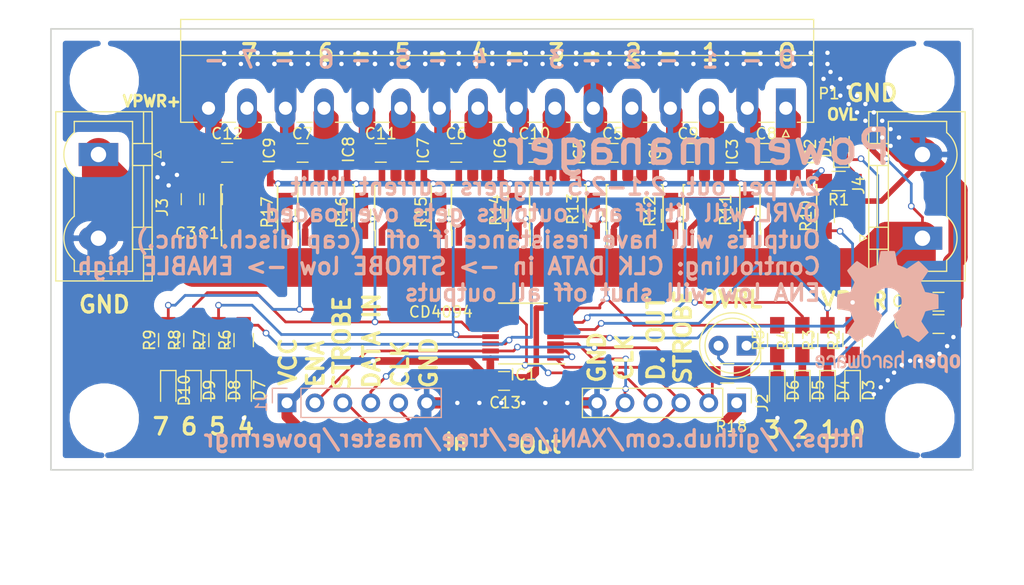
<source format=kicad_pcb>
(kicad_pcb (version 4) (host pcbnew 4.0.5+dfsg1-4)
  (layers (0 F.Cu signal) (31 B.Cu signal) (35 F.Paste user) (36 B.SilkS user) (37 F.SilkS user) (38 B.Mask user) (39 F.Mask user) (44 Edge.Cuts user))
  (net 0 "")
  (net 1 "Net-(IC1-Pad1)")
  (net 2 "Net-(IC1-Pad2)")
  (net 3 "Net-(IC1-Pad3)")
  (net 4 "Net-(IC1-Pad9)")
  (net 5 "Net-(IC1-Pad10)")
  (net 6 "Net-(IC1-Pad15)")
  (net 7 ctrl_out0)
  (net 8 ctrl_out1)
  (net 9 ctrl_out2)
  (net 10 ctrl_out3)
  (net 11 OVERLOAD)
  (net 12 "/Power out/out_pwr2")
  (net 13 "Net-(IC3-Pad8)")
  (net 14 "/Power out/out_pwr3")
  (net 15 "Net-(IC4-Pad8)")
  (net 16 "/Power out/out_pwr4")
  (net 17 "Net-(IC5-Pad8)")
  (net 18 "/Power out/out_pwr5")
  (net 19 "Net-(IC6-Pad8)")
  (net 20 "/Power out/out_pwr6")
  (net 21 "Net-(IC7-Pad8)")
  (net 22 "/Power out/out_pwr7")
  (net 23 "Net-(IC8-Pad8)")
  (net 24 "/Power out/out_pwr0")
  (net 25 "/Power out/out_pwr1")
  (net 26 GND)
  (net 27 VPWR)
  (net 28 ctrl_out4)
  (net 29 ctrl_out5)
  (net 30 ctrl_out6)
  (net 31 ctrl_out7)
  (net 32 VCC)
  (net 33 "Net-(IC2-Pad8)")
  (net 34 "Net-(IC9-Pad8)")
  (net 35 "Net-(D1-Pad1)")
  (net 36 "Net-(D3-Pad1)")
  (net 37 "Net-(D4-Pad1)")
  (net 38 "Net-(D5-Pad1)")
  (net 39 "Net-(D6-Pad1)")
  (net 40 "Net-(D7-Pad1)")
  (net 41 "Net-(D8-Pad1)")
  (net 42 "Net-(D9-Pad1)")
  (net 43 "Net-(D10-Pad1)")
  (module Mounting_Holes:MountingHole_4.3mm_M4 (layer F.Cu) (at 20.85 19.409)
    (fp_text reference REF** hide)
    (fp_text value MountingHole_4.3mm_M4)
    (pad 1 np_thru_hole circle (at 0 0) (size 4.3 4.3) (drill 4.3) (layers *.Cu *.Mask))
  )
  (module Mounting_Holes:MountingHole_4.3mm_M4 (layer F.Cu) (at 95.018 19.409)
    (fp_text reference REF** hide)
    (fp_text value MountingHole_4.3mm_M4)
    (pad 1 np_thru_hole circle (at 0 0) (size 4.3 4.3) (drill 4.3) (layers *.Cu *.Mask))
  )
  (module Housings_SOIC:SOIC-8_3.9x4.9mm_Pitch1.27mm (layer F.Cu) (at 41.021 30.988 90)
    (fp_text reference IC8 (at 5.267 2.035 270) (layer F.SilkS))
    (fp_text value AP24x1)
    (pad 1 smd rect (at -2.7 -1.905 90) (size 1.55 0.6) (layers F.Cu F.Paste F.Mask) (net 26 GND))
    (pad 2 smd rect (at -2.7 -0.635 90) (size 1.55 0.6) (layers F.Cu F.Paste F.Mask) (net 27 VPWR))
    (pad 3 smd rect (at -2.7 0.635 90) (size 1.55 0.6) (layers F.Cu F.Paste F.Mask) (net 27 VPWR))
    (pad 4 smd rect (at -2.7 1.905 90) (size 1.55 0.6) (layers F.Cu F.Paste F.Mask) (net 30 ctrl_out6))
    (pad 5 smd rect (at 2.7 1.905 90) (size 1.55 0.6) (layers F.Cu F.Paste F.Mask) (net 11 OVERLOAD))
    (pad 6 smd rect (at 2.7 0.635 90) (size 1.55 0.6) (layers F.Cu F.Paste F.Mask) (net 20 "/Power out/out_pwr6"))
    (pad 7 smd rect (at 2.7 -0.635 90) (size 1.55 0.6) (layers F.Cu F.Paste F.Mask) (net 20 "/Power out/out_pwr6"))
    (pad 8 smd rect (at 2.7 -1.905 90) (size 1.55 0.6) (layers F.Cu F.Paste F.Mask) (net 23 "Net-(IC8-Pad8)"))
  )
  (module Mounting_Holes:MountingHole_4.3mm_M4 (layer F.Cu) (at 95.018 50.143)
    (fp_text reference REF** hide)
    (fp_text value MountingHole_4.3mm_M4)
    (pad 1 np_thru_hole circle (at 0 0) (size 4.3 4.3) (drill 4.3) (layers *.Cu *.Mask))
  )
  (module Connectors_Phoenix:PhoenixContact_MC-G_16x3.50mm_Angled (layer F.Cu) (at 82.826 21.949 180)
    (fp_text reference P1 (at -3.93 1.328 180) (layer F.SilkS))
    (fp_text value PWR_OUT)
    (pad 1 thru_hole rect (at 0 0 180) (size 1.8 3.6) (drill 1.2) (layers *.Cu *.Mask) (net 24 "/Power out/out_pwr0"))
    (pad 2 thru_hole oval (at 3.5 0 180) (size 1.8 3.6) (drill 1.2) (layers *.Cu *.Mask) (net 26 GND))
    (pad 3 thru_hole oval (at 7 0 180) (size 1.8 3.6) (drill 1.2) (layers *.Cu *.Mask) (net 25 "/Power out/out_pwr1"))
    (pad 4 thru_hole oval (at 10.5 0 180) (size 1.8 3.6) (drill 1.2) (layers *.Cu *.Mask) (net 26 GND))
    (pad 5 thru_hole oval (at 14 0 180) (size 1.8 3.6) (drill 1.2) (layers *.Cu *.Mask) (net 12 "/Power out/out_pwr2"))
    (pad 6 thru_hole oval (at 17.5 0 180) (size 1.8 3.6) (drill 1.2) (layers *.Cu *.Mask) (net 26 GND))
    (pad 7 thru_hole oval (at 21 0 180) (size 1.8 3.6) (drill 1.2) (layers *.Cu *.Mask) (net 14 "/Power out/out_pwr3"))
    (pad 8 thru_hole oval (at 24.5 0 180) (size 1.8 3.6) (drill 1.2) (layers *.Cu *.Mask) (net 26 GND))
    (pad 9 thru_hole oval (at 28 0 180) (size 1.8 3.6) (drill 1.2) (layers *.Cu *.Mask) (net 16 "/Power out/out_pwr4"))
    (pad 10 thru_hole oval (at 31.5 0 180) (size 1.8 3.6) (drill 1.2) (layers *.Cu *.Mask) (net 26 GND))
    (pad 11 thru_hole oval (at 35 0 180) (size 1.8 3.6) (drill 1.2) (layers *.Cu *.Mask) (net 18 "/Power out/out_pwr5"))
    (pad 12 thru_hole oval (at 38.5 0 180) (size 1.8 3.6) (drill 1.2) (layers *.Cu *.Mask) (net 26 GND))
    (pad 13 thru_hole oval (at 42 0 180) (size 1.8 3.6) (drill 1.2) (layers *.Cu *.Mask) (net 20 "/Power out/out_pwr6"))
    (pad 14 thru_hole oval (at 45.5 0 180) (size 1.8 3.6) (drill 1.2) (layers *.Cu *.Mask) (net 26 GND))
    (pad 15 thru_hole oval (at 49 0 180) (size 1.8 3.6) (drill 1.2) (layers *.Cu *.Mask) (net 22 "/Power out/out_pwr7"))
    (pad 16 thru_hole oval (at 52.5 0 180) (size 1.8 3.6) (drill 1.2) (layers *.Cu *.Mask) (net 26 GND))
  )
  (module Housings_SSOP:TSSOP-16_4.4x5mm_Pitch0.65mm (layer F.Cu) (at 58.928 42.418 180)
    (fp_text reference IC1 (at -0.022 -3.788 180) (layer F.SilkS))
    (fp_text value CD4094 (at 7.471 1.927 180) (layer F.SilkS))
    (pad 1 smd rect (at -2.95 -2.275 180) (size 1.5 0.45) (layers F.Cu F.Paste F.Mask) (net 1 "Net-(IC1-Pad1)"))
    (pad 2 smd rect (at -2.95 -1.625 180) (size 1.5 0.45) (layers F.Cu F.Paste F.Mask) (net 2 "Net-(IC1-Pad2)"))
    (pad 3 smd rect (at -2.95 -0.975 180) (size 1.5 0.45) (layers F.Cu F.Paste F.Mask) (net 3 "Net-(IC1-Pad3)"))
    (pad 4 smd rect (at -2.95 -0.325 180) (size 1.5 0.45) (layers F.Cu F.Paste F.Mask) (net 7 ctrl_out0))
    (pad 5 smd rect (at -2.95 0.325 180) (size 1.5 0.45) (layers F.Cu F.Paste F.Mask) (net 8 ctrl_out1))
    (pad 6 smd rect (at -2.95 0.975 180) (size 1.5 0.45) (layers F.Cu F.Paste F.Mask) (net 9 ctrl_out2))
    (pad 7 smd rect (at -2.95 1.625 180) (size 1.5 0.45) (layers F.Cu F.Paste F.Mask) (net 10 ctrl_out3))
    (pad 8 smd rect (at -2.95 2.275 180) (size 1.5 0.45) (layers F.Cu F.Paste F.Mask) (net 26 GND))
    (pad 9 smd rect (at 2.95 2.275 180) (size 1.5 0.45) (layers F.Cu F.Paste F.Mask) (net 4 "Net-(IC1-Pad9)"))
    (pad 10 smd rect (at 2.95 1.625 180) (size 1.5 0.45) (layers F.Cu F.Paste F.Mask) (net 5 "Net-(IC1-Pad10)"))
    (pad 11 smd rect (at 2.95 0.975 180) (size 1.5 0.45) (layers F.Cu F.Paste F.Mask) (net 31 ctrl_out7))
    (pad 12 smd rect (at 2.95 0.325 180) (size 1.5 0.45) (layers F.Cu F.Paste F.Mask) (net 30 ctrl_out6))
    (pad 13 smd rect (at 2.95 -0.325 180) (size 1.5 0.45) (layers F.Cu F.Paste F.Mask) (net 29 ctrl_out5))
    (pad 14 smd rect (at 2.95 -0.975 180) (size 1.5 0.45) (layers F.Cu F.Paste F.Mask) (net 28 ctrl_out4))
    (pad 15 smd rect (at 2.95 -1.625 180) (size 1.5 0.45) (layers F.Cu F.Paste F.Mask) (net 6 "Net-(IC1-Pad15)"))
    (pad 16 smd rect (at 2.95 -2.275 180) (size 1.5 0.45) (layers F.Cu F.Paste F.Mask) (net 32 VCC))
  )
  (module Connectors_Phoenix:PhoenixContact_GMSTBVA-G_02x7.62mm_Vertical (layer F.Cu) (at 20.32 26.162 270)
    (fp_text reference J3 (at 4.81 -5.8 270) (layer F.SilkS))
    (fp_text value CONN_01X02)
    (pad 1 thru_hole rect (at 0 0 270) (size 2.1 3.6) (drill 1.4) (layers *.Cu *.Mask) (net 27 VPWR))
    (pad 2 thru_hole oval (at 7.62 0 270) (size 2.1 3.6) (drill 1.4) (layers *.Cu *.Mask) (net 26 GND))
  )
  (module Connectors_Phoenix:PhoenixContact_GMSTBVA-G_02x7.62mm_Vertical (layer F.Cu) (at 95.25 33.782 90)
    (fp_text reference J4 (at 4.81 -5.8 90) (layer F.SilkS))
    (fp_text value CONN_01X02)
    (pad 1 thru_hole rect (at 0 0 90) (size 2.1 3.6) (drill 1.4) (layers *.Cu *.Mask) (net 27 VPWR))
    (pad 2 thru_hole oval (at 7.62 0 90) (size 2.1 3.6) (drill 1.4) (layers *.Cu *.Mask) (net 26 GND))
  )
  (module Mounting_Holes:MountingHole_4.3mm_M4 (layer F.Cu) (at 20.85 50.143)
    (fp_text reference REF** hide)
    (fp_text value MountingHole_4.3mm_M4)
    (pad "" np_thru_hole circle (at 0 0) (size 4.3 4.3) (drill 4.3) (layers *.Cu *.Mask))
  )
  (module LEDs:LED_0805 (layer F.Cu) (at 87.884 25.527 90)
    (fp_text reference D1 (at 0 -1.45 90) (layer F.SilkS))
    (fp_text value 1N4001)
    (pad 2 smd rect (at 1.1 0 270) (size 1.2 1.2) (layers F.Cu F.Paste F.Mask) (net 27 VPWR))
    (pad 1 smd rect (at -1.1 0 270) (size 1.2 1.2) (layers F.Cu F.Paste F.Mask) (net 35 "Net-(D1-Pad1)"))
  )
  (module LEDs:LED_D5.0mm (layer F.Cu) (at 79.248 43.561 180)
    (fp_text reference D2 hide)
    (fp_text value 1N4001)
    (pad 1 thru_hole rect (at 0 0 180) (size 1.8 1.8) (drill 0.9) (layers *.Cu *.Mask) (net 35 "Net-(D1-Pad1)"))
    (pad 2 thru_hole circle (at 2.54 0 180) (size 1.8 1.8) (drill 0.9) (layers *.Cu *.Mask) (net 27 VPWR))
  )
  (module Resistors_SMD:R_0805_HandSoldering (layer F.Cu) (at 87.63 28.575 180)
    (fp_text reference R1 (at 0 -1.7 180) (layer F.SilkS))
    (fp_text value R)
    (pad 1 smd rect (at -1.35 0 180) (size 1.5 1.3) (layers F.Cu F.Paste F.Mask) (net 35 "Net-(D1-Pad1)"))
    (pad 2 smd rect (at 1.35 0 180) (size 1.5 1.3) (layers F.Cu F.Paste F.Mask) (net 11 OVERLOAD))
  )
  (module Symbols:OSHW-Logo2_14.6x12mm_SilkScreen (layer B.Cu) (at 92.097 40.491 180)
    (fp_text reference REF*** hide)
    (fp_text value OSHW-Logo2_14.6x12mm_SilkScreen hide)
  )
  (module Capacitors_SMD:C_0805_HandSoldering (layer F.Cu) (at 30.734 30.226 270)
    (fp_text reference C1 (at 3.095 0.378 360) (layer F.SilkS))
    (fp_text value 100n)
    (pad 1 smd rect (at -1.25 0 270) (size 1.5 1.25) (layers F.Cu F.Paste F.Mask) (net 26 GND))
    (pad 2 smd rect (at 1.25 0 270) (size 1.5 1.25) (layers F.Cu F.Paste F.Mask) (net 27 VPWR))
  )
  (module Capacitors_SMD:C_0805_HandSoldering (layer F.Cu) (at 96.7105 39.5605 180)
    (fp_text reference C2 (at 3.2545 0.0395 180) (layer F.SilkS))
    (fp_text value 100n)
    (pad 1 smd rect (at -1.25 0 180) (size 1.5 1.25) (layers F.Cu F.Paste F.Mask) (net 26 GND))
    (pad 2 smd rect (at 1.25 0 180) (size 1.5 1.25) (layers F.Cu F.Paste F.Mask) (net 27 VPWR))
  )
  (module Capacitors_SMD:C_0805_HandSoldering (layer F.Cu) (at 28.702 30.226 270)
    (fp_text reference C3 (at 3.095 0.446 540) (layer F.SilkS))
    (fp_text value 100n)
    (pad 1 smd rect (at -1.25 0 270) (size 1.5 1.25) (layers F.Cu F.Paste F.Mask) (net 26 GND))
    (pad 2 smd rect (at 1.25 0 270) (size 1.5 1.25) (layers F.Cu F.Paste F.Mask) (net 27 VPWR))
  )
  (module Capacitors_SMD:C_0805_HandSoldering (layer F.Cu) (at 96.7105 41.5925 180)
    (fp_text reference C4 (at 3.1545 0.0715 180) (layer F.SilkS))
    (fp_text value 100n)
    (pad 1 smd rect (at -1.25 0 180) (size 1.5 1.25) (layers F.Cu F.Paste F.Mask) (net 26 GND))
    (pad 2 smd rect (at 1.25 0 180) (size 1.5 1.25) (layers F.Cu F.Paste F.Mask) (net 27 VPWR))
  )
  (module Capacitors_SMD:C_0805_HandSoldering (layer F.Cu) (at 67.078 26.013)
    (fp_text reference C5 (at 0 -1.75) (layer F.SilkS))
    (fp_text value 100n)
    (pad 1 smd rect (at -1.25 0) (size 1.5 1.25) (layers F.Cu F.Paste F.Mask) (net 26 GND))
    (pad 2 smd rect (at 1.25 0) (size 1.5 1.25) (layers F.Cu F.Paste F.Mask) (net 12 "/Power out/out_pwr2"))
  )
  (module Capacitors_SMD:C_0805_HandSoldering (layer F.Cu) (at 52.854 26.013)
    (fp_text reference C6 (at 0 -1.75) (layer F.SilkS))
    (fp_text value 100n)
    (pad 1 smd rect (at -1.25 0) (size 1.5 1.25) (layers F.Cu F.Paste F.Mask) (net 26 GND))
    (pad 2 smd rect (at 1.25 0) (size 1.5 1.25) (layers F.Cu F.Paste F.Mask) (net 16 "/Power out/out_pwr4"))
  )
  (module Capacitors_SMD:C_0805_HandSoldering (layer F.Cu) (at 38.884 26.013)
    (fp_text reference C7 (at 0 -1.75) (layer F.SilkS))
    (fp_text value 100n)
    (pad 1 smd rect (at -1.25 0) (size 1.5 1.25) (layers F.Cu F.Paste F.Mask) (net 26 GND))
    (pad 2 smd rect (at 1.25 0) (size 1.5 1.25) (layers F.Cu F.Paste F.Mask) (net 20 "/Power out/out_pwr6"))
  )
  (module Capacitors_SMD:C_0805_HandSoldering (layer F.Cu) (at 81.048 26.013)
    (fp_text reference C8 (at 0 -1.75) (layer F.SilkS))
    (fp_text value 100n)
    (pad 1 smd rect (at -1.25 0) (size 1.5 1.25) (layers F.Cu F.Paste F.Mask) (net 26 GND))
    (pad 2 smd rect (at 1.25 0) (size 1.5 1.25) (layers F.Cu F.Paste F.Mask) (net 24 "/Power out/out_pwr0"))
  )
  (module Capacitors_SMD:C_0805_HandSoldering (layer F.Cu) (at 73.936 26.013)
    (fp_text reference C9 (at 0 -1.75) (layer F.SilkS))
    (fp_text value 100n)
    (pad 1 smd rect (at -1.25 0) (size 1.5 1.25) (layers F.Cu F.Paste F.Mask) (net 26 GND))
    (pad 2 smd rect (at 1.25 0) (size 1.5 1.25) (layers F.Cu F.Paste F.Mask) (net 25 "/Power out/out_pwr1"))
  )
  (module Capacitors_SMD:C_0805_HandSoldering (layer F.Cu) (at 59.966 26.013)
    (fp_text reference C10 (at 0 -1.75) (layer F.SilkS))
    (fp_text value 100n)
    (pad 1 smd rect (at -1.25 0) (size 1.5 1.25) (layers F.Cu F.Paste F.Mask) (net 26 GND))
    (pad 2 smd rect (at 1.25 0) (size 1.5 1.25) (layers F.Cu F.Paste F.Mask) (net 14 "/Power out/out_pwr3"))
  )
  (module Capacitors_SMD:C_0805_HandSoldering (layer F.Cu) (at 45.996 26.013)
    (fp_text reference C11 (at 0 -1.75) (layer F.SilkS))
    (fp_text value 100n)
    (pad 1 smd rect (at -1.25 0) (size 1.5 1.25) (layers F.Cu F.Paste F.Mask) (net 26 GND))
    (pad 2 smd rect (at 1.25 0) (size 1.5 1.25) (layers F.Cu F.Paste F.Mask) (net 18 "/Power out/out_pwr5"))
  )
  (module Capacitors_SMD:C_0805_HandSoldering (layer F.Cu) (at 32.026 26.013)
    (fp_text reference C12 (at 0 -1.75) (layer F.SilkS))
    (fp_text value 100n)
    (pad 1 smd rect (at -1.25 0) (size 1.5 1.25) (layers F.Cu F.Paste F.Mask) (net 26 GND))
    (pad 2 smd rect (at 1.25 0) (size 1.5 1.25) (layers F.Cu F.Paste F.Mask) (net 22 "/Power out/out_pwr7"))
  )
  (module LEDs:LED_0805 (layer F.Cu) (at 88.9 47.625 270)
    (fp_text reference D3 (at 0 -1.45 270) (layer F.SilkS))
    (fp_text value LED_Small)
    (pad 2 smd rect (at 1.1 0 90) (size 1.2 1.2) (layers F.Cu F.Paste F.Mask) (net 26 GND))
    (pad 1 smd rect (at -1.1 0 90) (size 1.2 1.2) (layers F.Cu F.Paste F.Mask) (net 36 "Net-(D3-Pad1)"))
  )
  (module LEDs:LED_0805 (layer F.Cu) (at 86.614 47.625 270)
    (fp_text reference D4 (at 0 -1.45 270) (layer F.SilkS))
    (fp_text value LED_Small)
    (pad 2 smd rect (at 1.1 0 90) (size 1.2 1.2) (layers F.Cu F.Paste F.Mask) (net 26 GND))
    (pad 1 smd rect (at -1.1 0 90) (size 1.2 1.2) (layers F.Cu F.Paste F.Mask) (net 37 "Net-(D4-Pad1)"))
  )
  (module LEDs:LED_0805 (layer F.Cu) (at 84.328 47.625 270)
    (fp_text reference D5 (at 0 -1.45 270) (layer F.SilkS))
    (fp_text value LED_Small)
    (pad 2 smd rect (at 1.1 0 90) (size 1.2 1.2) (layers F.Cu F.Paste F.Mask) (net 26 GND))
    (pad 1 smd rect (at -1.1 0 90) (size 1.2 1.2) (layers F.Cu F.Paste F.Mask) (net 38 "Net-(D5-Pad1)"))
  )
  (module LEDs:LED_0805 (layer F.Cu) (at 82.042 47.625 270)
    (fp_text reference D6 (at 0 -1.45 270) (layer F.SilkS))
    (fp_text value LED_Small)
    (pad 2 smd rect (at 1.1 0 90) (size 1.2 1.2) (layers F.Cu F.Paste F.Mask) (net 26 GND))
    (pad 1 smd rect (at -1.1 0 90) (size 1.2 1.2) (layers F.Cu F.Paste F.Mask) (net 39 "Net-(D6-Pad1)"))
  )
  (module LEDs:LED_0805 (layer F.Cu) (at 33.528 47.625 270)
    (fp_text reference D7 (at 0 -1.45 270) (layer F.SilkS))
    (fp_text value LED_Small)
    (pad 2 smd rect (at 1.1 0 90) (size 1.2 1.2) (layers F.Cu F.Paste F.Mask) (net 26 GND))
    (pad 1 smd rect (at -1.1 0 90) (size 1.2 1.2) (layers F.Cu F.Paste F.Mask) (net 40 "Net-(D7-Pad1)"))
  )
  (module LEDs:LED_0805 (layer F.Cu) (at 31.242 47.625 270)
    (fp_text reference D8 (at 0 -1.45 270) (layer F.SilkS))
    (fp_text value LED_Small)
    (pad 2 smd rect (at 1.1 0 90) (size 1.2 1.2) (layers F.Cu F.Paste F.Mask) (net 26 GND))
    (pad 1 smd rect (at -1.1 0 90) (size 1.2 1.2) (layers F.Cu F.Paste F.Mask) (net 41 "Net-(D8-Pad1)"))
  )
  (module LEDs:LED_0805 (layer F.Cu) (at 28.956 47.625 270)
    (fp_text reference D9 (at 0 -1.45 270) (layer F.SilkS))
    (fp_text value LED_Small)
    (pad 2 smd rect (at 1.1 0 90) (size 1.2 1.2) (layers F.Cu F.Paste F.Mask) (net 26 GND))
    (pad 1 smd rect (at -1.1 0 90) (size 1.2 1.2) (layers F.Cu F.Paste F.Mask) (net 42 "Net-(D9-Pad1)"))
  )
  (module LEDs:LED_0805 (layer F.Cu) (at 26.67 47.625 270)
    (fp_text reference D10 (at 0 -1.45 270) (layer F.SilkS))
    (fp_text value LED_Small)
    (pad 2 smd rect (at 1.1 0 90) (size 1.2 1.2) (layers F.Cu F.Paste F.Mask) (net 26 GND))
    (pad 1 smd rect (at -1.1 0 90) (size 1.2 1.2) (layers F.Cu F.Paste F.Mask) (net 43 "Net-(D10-Pad1)"))
  )
  (module Resistors_SMD:R_0805_HandSoldering (layer F.Cu) (at 88.9 43.053 90)
    (fp_text reference R2 (at 0 -1.7 90) (layer F.SilkS))
    (fp_text value 4k7)
    (pad 1 smd rect (at -1.35 0 90) (size 1.5 1.3) (layers F.Cu F.Paste F.Mask) (net 36 "Net-(D3-Pad1)"))
    (pad 2 smd rect (at 1.35 0 90) (size 1.5 1.3) (layers F.Cu F.Paste F.Mask) (net 7 ctrl_out0))
  )
  (module Resistors_SMD:R_0805_HandSoldering (layer F.Cu) (at 86.614 43.053 90)
    (fp_text reference R3 (at 0 -1.7 90) (layer F.SilkS))
    (fp_text value 4k7)
    (pad 1 smd rect (at -1.35 0 90) (size 1.5 1.3) (layers F.Cu F.Paste F.Mask) (net 37 "Net-(D4-Pad1)"))
    (pad 2 smd rect (at 1.35 0 90) (size 1.5 1.3) (layers F.Cu F.Paste F.Mask) (net 8 ctrl_out1))
  )
  (module Resistors_SMD:R_0805_HandSoldering (layer F.Cu) (at 84.328 43.053 90)
    (fp_text reference R4 (at 0 -1.7 90) (layer F.SilkS))
    (fp_text value 4k7)
    (pad 1 smd rect (at -1.35 0 90) (size 1.5 1.3) (layers F.Cu F.Paste F.Mask) (net 38 "Net-(D5-Pad1)"))
    (pad 2 smd rect (at 1.35 0 90) (size 1.5 1.3) (layers F.Cu F.Paste F.Mask) (net 9 ctrl_out2))
  )
  (module Resistors_SMD:R_0805_HandSoldering (layer F.Cu) (at 82.042 43.053 90)
    (fp_text reference R5 (at 0 -1.7 90) (layer F.SilkS))
    (fp_text value 4k7)
    (pad 1 smd rect (at -1.35 0 90) (size 1.5 1.3) (layers F.Cu F.Paste F.Mask) (net 39 "Net-(D6-Pad1)"))
    (pad 2 smd rect (at 1.35 0 90) (size 1.5 1.3) (layers F.Cu F.Paste F.Mask) (net 10 ctrl_out3))
  )
  (module Resistors_SMD:R_0805_HandSoldering (layer F.Cu) (at 33.528 43.053 90)
    (fp_text reference R6 (at 0 -1.7 90) (layer F.SilkS))
    (fp_text value 4k7)
    (pad 1 smd rect (at -1.35 0 90) (size 1.5 1.3) (layers F.Cu F.Paste F.Mask) (net 40 "Net-(D7-Pad1)"))
    (pad 2 smd rect (at 1.35 0 90) (size 1.5 1.3) (layers F.Cu F.Paste F.Mask) (net 28 ctrl_out4))
  )
  (module Resistors_SMD:R_0805_HandSoldering (layer F.Cu) (at 31.242 43.053 90)
    (fp_text reference R7 (at 0 -1.7 90) (layer F.SilkS))
    (fp_text value 4k7)
    (pad 1 smd rect (at -1.35 0 90) (size 1.5 1.3) (layers F.Cu F.Paste F.Mask) (net 41 "Net-(D8-Pad1)"))
    (pad 2 smd rect (at 1.35 0 90) (size 1.5 1.3) (layers F.Cu F.Paste F.Mask) (net 29 ctrl_out5))
  )
  (module Resistors_SMD:R_0805_HandSoldering (layer F.Cu) (at 28.956 43.053 90)
    (fp_text reference R8 (at 0 -1.7 90) (layer F.SilkS))
    (fp_text value 4k7)
    (pad 1 smd rect (at -1.35 0 90) (size 1.5 1.3) (layers F.Cu F.Paste F.Mask) (net 42 "Net-(D9-Pad1)"))
    (pad 2 smd rect (at 1.35 0 90) (size 1.5 1.3) (layers F.Cu F.Paste F.Mask) (net 30 ctrl_out6))
  )
  (module Resistors_SMD:R_0805_HandSoldering (layer F.Cu) (at 26.67 43.053 90)
    (fp_text reference R9 (at 0 -1.7 90) (layer F.SilkS))
    (fp_text value 4k7)
    (pad 1 smd rect (at -1.35 0 90) (size 1.5 1.3) (layers F.Cu F.Paste F.Mask) (net 43 "Net-(D10-Pad1)"))
    (pad 2 smd rect (at 1.35 0 90) (size 1.5 1.3) (layers F.Cu F.Paste F.Mask) (net 31 ctrl_out7))
  )
  (module Resistors_SMD:R_0805_HandSoldering (layer F.Cu) (at 86.36 31.75 90)
    (fp_text reference R10 (at 0 -1.7 90) (layer F.SilkS))
    (fp_text value 100k)
    (pad 1 smd rect (at -1.35 0 90) (size 1.5 1.3) (layers F.Cu F.Paste F.Mask) (net 7 ctrl_out0))
    (pad 2 smd rect (at 1.35 0 90) (size 1.5 1.3) (layers F.Cu F.Paste F.Mask) (net 26 GND))
  )
  (module Resistors_SMD:R_0805_HandSoldering (layer F.Cu) (at 79.248 31.623 90)
    (fp_text reference R11 (at 0.402 -1.892 90) (layer F.SilkS))
    (fp_text value 100k)
    (pad 1 smd rect (at -1.35 0 90) (size 1.5 1.3) (layers F.Cu F.Paste F.Mask) (net 8 ctrl_out1))
    (pad 2 smd rect (at 1.35 0 90) (size 1.5 1.3) (layers F.Cu F.Paste F.Mask) (net 26 GND))
  )
  (module Resistors_SMD:R_0805_HandSoldering (layer F.Cu) (at 72.39 31.75 90)
    (fp_text reference R12 (at 0.429 -1.934 90) (layer F.SilkS))
    (fp_text value 100k)
    (pad 1 smd rect (at -1.35 0 90) (size 1.5 1.3) (layers F.Cu F.Paste F.Mask) (net 9 ctrl_out2))
    (pad 2 smd rect (at 1.35 0 90) (size 1.5 1.3) (layers F.Cu F.Paste F.Mask) (net 26 GND))
  )
  (module Resistors_SMD:R_0805_HandSoldering (layer F.Cu) (at 65.278 31.75 90)
    (fp_text reference R13 (at 0.629 -1.822 90) (layer F.SilkS))
    (fp_text value 100k)
    (pad 1 smd rect (at -1.35 0 90) (size 1.5 1.3) (layers F.Cu F.Paste F.Mask) (net 10 ctrl_out3))
    (pad 2 smd rect (at 1.35 0 90) (size 1.5 1.3) (layers F.Cu F.Paste F.Mask) (net 26 GND))
  )
  (module Resistors_SMD:R_0805_HandSoldering (layer F.Cu) (at 58.166 31.75 90)
    (fp_text reference R14 (at 0.529 -1.71 90) (layer F.SilkS))
    (fp_text value 100k)
    (pad 1 smd rect (at -1.35 0 90) (size 1.5 1.3) (layers F.Cu F.Paste F.Mask) (net 28 ctrl_out4))
    (pad 2 smd rect (at 1.35 0 90) (size 1.5 1.3) (layers F.Cu F.Paste F.Mask) (net 26 GND))
  )
  (module Resistors_SMD:R_0805_HandSoldering (layer F.Cu) (at 51.308 31.75 90)
    (fp_text reference R15 (at 0.329 -1.652 90) (layer F.SilkS))
    (fp_text value 100k)
    (pad 1 smd rect (at -1.35 0 90) (size 1.5 1.3) (layers F.Cu F.Paste F.Mask) (net 29 ctrl_out5))
    (pad 2 smd rect (at 1.35 0 90) (size 1.5 1.3) (layers F.Cu F.Paste F.Mask) (net 26 GND))
  )
  (module Resistors_SMD:R_0805_HandSoldering (layer F.Cu) (at 44.196 31.75 90)
    (fp_text reference R16 (at 0.329 -1.74 90) (layer F.SilkS))
    (fp_text value 100k)
    (pad 1 smd rect (at -1.35 0 90) (size 1.5 1.3) (layers F.Cu F.Paste F.Mask) (net 30 ctrl_out6))
    (pad 2 smd rect (at 1.35 0 90) (size 1.5 1.3) (layers F.Cu F.Paste F.Mask) (net 26 GND))
  )
  (module Resistors_SMD:R_0805_HandSoldering (layer F.Cu) (at 37.338 31.75 90)
    (fp_text reference R17 (at 0.329 -1.682 90) (layer F.SilkS))
    (fp_text value 100k)
    (pad 1 smd rect (at -1.35 0 90) (size 1.5 1.3) (layers F.Cu F.Paste F.Mask) (net 31 ctrl_out7))
    (pad 2 smd rect (at 1.35 0 90) (size 1.5 1.3) (layers F.Cu F.Paste F.Mask) (net 26 GND))
  )
  (module Housings_SOIC:SOIC-8_3.9x4.9mm_Pitch1.27mm (layer F.Cu) (at 83.058 30.988 90)
    (fp_text reference IC2 (at 5.067 1.998 90) (layer F.SilkS))
    (fp_text value AP24x1)
    (pad 1 smd rect (at -2.7 -1.905 90) (size 1.55 0.6) (layers F.Cu F.Paste F.Mask) (net 26 GND))
    (pad 2 smd rect (at -2.7 -0.635 90) (size 1.55 0.6) (layers F.Cu F.Paste F.Mask) (net 27 VPWR))
    (pad 3 smd rect (at -2.7 0.635 90) (size 1.55 0.6) (layers F.Cu F.Paste F.Mask) (net 27 VPWR))
    (pad 4 smd rect (at -2.7 1.905 90) (size 1.55 0.6) (layers F.Cu F.Paste F.Mask) (net 7 ctrl_out0))
    (pad 5 smd rect (at 2.7 1.905 90) (size 1.55 0.6) (layers F.Cu F.Paste F.Mask) (net 11 OVERLOAD))
    (pad 6 smd rect (at 2.7 0.635 90) (size 1.55 0.6) (layers F.Cu F.Paste F.Mask) (net 24 "/Power out/out_pwr0"))
    (pad 7 smd rect (at 2.7 -0.635 90) (size 1.55 0.6) (layers F.Cu F.Paste F.Mask) (net 24 "/Power out/out_pwr0"))
    (pad 8 smd rect (at 2.7 -1.905 90) (size 1.55 0.6) (layers F.Cu F.Paste F.Mask) (net 33 "Net-(IC2-Pad8)"))
  )
  (module Housings_SOIC:SOIC-8_3.9x4.9mm_Pitch1.27mm (layer F.Cu) (at 76.073 30.988 90)
    (fp_text reference IC3 (at 5.067 1.883 90) (layer F.SilkS))
    (fp_text value AP24x1)
    (pad 1 smd rect (at -2.7 -1.905 90) (size 1.55 0.6) (layers F.Cu F.Paste F.Mask) (net 26 GND))
    (pad 2 smd rect (at -2.7 -0.635 90) (size 1.55 0.6) (layers F.Cu F.Paste F.Mask) (net 27 VPWR))
    (pad 3 smd rect (at -2.7 0.635 90) (size 1.55 0.6) (layers F.Cu F.Paste F.Mask) (net 27 VPWR))
    (pad 4 smd rect (at -2.7 1.905 90) (size 1.55 0.6) (layers F.Cu F.Paste F.Mask) (net 8 ctrl_out1))
    (pad 5 smd rect (at 2.7 1.905 90) (size 1.55 0.6) (layers F.Cu F.Paste F.Mask) (net 11 OVERLOAD))
    (pad 6 smd rect (at 2.7 0.635 90) (size 1.55 0.6) (layers F.Cu F.Paste F.Mask) (net 25 "/Power out/out_pwr1"))
    (pad 7 smd rect (at 2.7 -0.635 90) (size 1.55 0.6) (layers F.Cu F.Paste F.Mask) (net 25 "/Power out/out_pwr1"))
    (pad 8 smd rect (at 2.7 -1.905 90) (size 1.55 0.6) (layers F.Cu F.Paste F.Mask) (net 13 "Net-(IC3-Pad8)"))
  )
  (module Housings_SOIC:SOIC-8_3.9x4.9mm_Pitch1.27mm (layer F.Cu) (at 69.088 30.988 90)
    (fp_text reference IC4 (at 5.067 1.868 90) (layer F.SilkS))
    (fp_text value AP24x1)
    (pad 1 smd rect (at -2.7 -1.905 90) (size 1.55 0.6) (layers F.Cu F.Paste F.Mask) (net 26 GND))
    (pad 2 smd rect (at -2.7 -0.635 90) (size 1.55 0.6) (layers F.Cu F.Paste F.Mask) (net 27 VPWR))
    (pad 3 smd rect (at -2.7 0.635 90) (size 1.55 0.6) (layers F.Cu F.Paste F.Mask) (net 27 VPWR))
    (pad 4 smd rect (at -2.7 1.905 90) (size 1.55 0.6) (layers F.Cu F.Paste F.Mask) (net 9 ctrl_out2))
    (pad 5 smd rect (at 2.7 1.905 90) (size 1.55 0.6) (layers F.Cu F.Paste F.Mask) (net 11 OVERLOAD))
    (pad 6 smd rect (at 2.7 0.635 90) (size 1.55 0.6) (layers F.Cu F.Paste F.Mask) (net 12 "/Power out/out_pwr2"))
    (pad 7 smd rect (at 2.7 -0.635 90) (size 1.55 0.6) (layers F.Cu F.Paste F.Mask) (net 12 "/Power out/out_pwr2"))
    (pad 8 smd rect (at 2.7 -1.905 90) (size 1.55 0.6) (layers F.Cu F.Paste F.Mask) (net 15 "Net-(IC4-Pad8)"))
  )
  (module Housings_SOIC:SOIC-8_3.9x4.9mm_Pitch1.27mm (layer F.Cu) (at 62.103 30.988 90)
    (fp_text reference IC5 (at 5.067 1.953 270) (layer F.SilkS))
    (fp_text value AP24x1)
    (pad 1 smd rect (at -2.7 -1.905 90) (size 1.55 0.6) (layers F.Cu F.Paste F.Mask) (net 26 GND))
    (pad 2 smd rect (at -2.7 -0.635 90) (size 1.55 0.6) (layers F.Cu F.Paste F.Mask) (net 27 VPWR))
    (pad 3 smd rect (at -2.7 0.635 90) (size 1.55 0.6) (layers F.Cu F.Paste F.Mask) (net 27 VPWR))
    (pad 4 smd rect (at -2.7 1.905 90) (size 1.55 0.6) (layers F.Cu F.Paste F.Mask) (net 10 ctrl_out3))
    (pad 5 smd rect (at 2.7 1.905 90) (size 1.55 0.6) (layers F.Cu F.Paste F.Mask) (net 11 OVERLOAD))
    (pad 6 smd rect (at 2.7 0.635 90) (size 1.55 0.6) (layers F.Cu F.Paste F.Mask) (net 14 "/Power out/out_pwr3"))
    (pad 7 smd rect (at 2.7 -0.635 90) (size 1.55 0.6) (layers F.Cu F.Paste F.Mask) (net 14 "/Power out/out_pwr3"))
    (pad 8 smd rect (at 2.7 -1.905 90) (size 1.55 0.6) (layers F.Cu F.Paste F.Mask) (net 17 "Net-(IC5-Pad8)"))
  )
  (module Housings_SOIC:SOIC-8_3.9x4.9mm_Pitch1.27mm (layer F.Cu) (at 54.991 30.988 90)
    (fp_text reference IC6 (at 5.167 1.865 90) (layer F.SilkS))
    (fp_text value AP24x1)
    (pad 1 smd rect (at -2.7 -1.905 90) (size 1.55 0.6) (layers F.Cu F.Paste F.Mask) (net 26 GND))
    (pad 2 smd rect (at -2.7 -0.635 90) (size 1.55 0.6) (layers F.Cu F.Paste F.Mask) (net 27 VPWR))
    (pad 3 smd rect (at -2.7 0.635 90) (size 1.55 0.6) (layers F.Cu F.Paste F.Mask) (net 27 VPWR))
    (pad 4 smd rect (at -2.7 1.905 90) (size 1.55 0.6) (layers F.Cu F.Paste F.Mask) (net 28 ctrl_out4))
    (pad 5 smd rect (at 2.7 1.905 90) (size 1.55 0.6) (layers F.Cu F.Paste F.Mask) (net 11 OVERLOAD))
    (pad 6 smd rect (at 2.7 0.635 90) (size 1.55 0.6) (layers F.Cu F.Paste F.Mask) (net 16 "/Power out/out_pwr4"))
    (pad 7 smd rect (at 2.7 -0.635 90) (size 1.55 0.6) (layers F.Cu F.Paste F.Mask) (net 16 "/Power out/out_pwr4"))
    (pad 8 smd rect (at 2.7 -1.905 90) (size 1.55 0.6) (layers F.Cu F.Paste F.Mask) (net 19 "Net-(IC6-Pad8)"))
  )
  (module Housings_SOIC:SOIC-8_3.9x4.9mm_Pitch1.27mm (layer F.Cu) (at 48.006 30.988 90)
    (fp_text reference IC7 (at 5.167 1.85 270) (layer F.SilkS))
    (fp_text value AP24x1)
    (pad 1 smd rect (at -2.7 -1.905 90) (size 1.55 0.6) (layers F.Cu F.Paste F.Mask) (net 26 GND))
    (pad 2 smd rect (at -2.7 -0.635 90) (size 1.55 0.6) (layers F.Cu F.Paste F.Mask) (net 27 VPWR))
    (pad 3 smd rect (at -2.7 0.635 90) (size 1.55 0.6) (layers F.Cu F.Paste F.Mask) (net 27 VPWR))
    (pad 4 smd rect (at -2.7 1.905 90) (size 1.55 0.6) (layers F.Cu F.Paste F.Mask) (net 29 ctrl_out5))
    (pad 5 smd rect (at 2.7 1.905 90) (size 1.55 0.6) (layers F.Cu F.Paste F.Mask) (net 11 OVERLOAD))
    (pad 6 smd rect (at 2.7 0.635 90) (size 1.55 0.6) (layers F.Cu F.Paste F.Mask) (net 18 "/Power out/out_pwr5"))
    (pad 7 smd rect (at 2.7 -0.635 90) (size 1.55 0.6) (layers F.Cu F.Paste F.Mask) (net 18 "/Power out/out_pwr5"))
    (pad 8 smd rect (at 2.7 -1.905 90) (size 1.55 0.6) (layers F.Cu F.Paste F.Mask) (net 21 "Net-(IC7-Pad8)"))
  )
  (module Housings_SOIC:SOIC-8_3.9x4.9mm_Pitch1.27mm (layer F.Cu) (at 34.036 30.988 90)
    (fp_text reference IC9 (at 5.167 1.82 270) (layer F.SilkS))
    (fp_text value AP24x1)
    (pad 1 smd rect (at -2.7 -1.905 90) (size 1.55 0.6) (layers F.Cu F.Paste F.Mask) (net 26 GND))
    (pad 2 smd rect (at -2.7 -0.635 90) (size 1.55 0.6) (layers F.Cu F.Paste F.Mask) (net 27 VPWR))
    (pad 3 smd rect (at -2.7 0.635 90) (size 1.55 0.6) (layers F.Cu F.Paste F.Mask) (net 27 VPWR))
    (pad 4 smd rect (at -2.7 1.905 90) (size 1.55 0.6) (layers F.Cu F.Paste F.Mask) (net 31 ctrl_out7))
    (pad 5 smd rect (at 2.7 1.905 90) (size 1.55 0.6) (layers F.Cu F.Paste F.Mask) (net 11 OVERLOAD))
    (pad 6 smd rect (at 2.7 0.635 90) (size 1.55 0.6) (layers F.Cu F.Paste F.Mask) (net 22 "/Power out/out_pwr7"))
    (pad 7 smd rect (at 2.7 -0.635 90) (size 1.55 0.6) (layers F.Cu F.Paste F.Mask) (net 22 "/Power out/out_pwr7"))
    (pad 8 smd rect (at 2.7 -1.905 90) (size 1.55 0.6) (layers F.Cu F.Paste F.Mask) (net 34 "Net-(IC9-Pad8)"))
  )
  (module Capacitors_SMD:C_0805_HandSoldering (layer F.Cu) (at 57.206 46.771)
    (fp_text reference C13 (at 0.093 1.975) (layer F.SilkS))
    (fp_text value 100n)
    (pad 1 smd rect (at -1.25 0) (size 1.5 1.25) (layers F.Cu F.Paste F.Mask) (net 32 VCC))
    (pad 2 smd rect (at 1.25 0) (size 1.5 1.25) (layers F.Cu F.Paste F.Mask) (net 26 GND))
  )
  (module Pin_Headers:Pin_Header_Straight_1x06_Pitch2.54mm (layer B.Cu) (at 37.465 48.768 270)
    (fp_text reference J1 (at 0 2.33 270) (layer B.SilkS) (effects (justify mirror)))
    (fp_text value IN)
    (pad 1 thru_hole rect (at 0 0 270) (size 1.7 1.7) (drill 1) (layers *.Cu *.Mask) (net 32 VCC))
    (pad 2 thru_hole oval (at 0 -2.54 270) (size 1.7 1.7) (drill 1) (layers *.Cu *.Mask) (net 6 "Net-(IC1-Pad15)"))
    (pad 3 thru_hole oval (at 0 -5.08 270) (size 1.7 1.7) (drill 1) (layers *.Cu *.Mask) (net 1 "Net-(IC1-Pad1)"))
    (pad 4 thru_hole oval (at 0 -7.62 270) (size 1.7 1.7) (drill 1) (layers *.Cu *.Mask) (net 2 "Net-(IC1-Pad2)"))
    (pad 5 thru_hole oval (at 0 -10.16 270) (size 1.7 1.7) (drill 1) (layers *.Cu *.Mask) (net 3 "Net-(IC1-Pad3)"))
    (pad 6 thru_hole oval (at 0 -12.7 270) (size 1.7 1.7) (drill 1) (layers *.Cu *.Mask) (net 26 GND))
  )
  (module Pin_Headers:Pin_Header_Straight_1x06_Pitch2.54mm (layer F.Cu) (at 78.359 48.768 270)
    (fp_text reference J2 (at 0 -2.33 270) (layer F.SilkS))
    (fp_text value OUT)
    (pad 1 thru_hole rect (at 0 0 270) (size 1.7 1.7) (drill 1) (layers *.Cu *.Mask) (net 32 VCC))
    (pad 2 thru_hole oval (at 0 2.54 270) (size 1.7 1.7) (drill 1) (layers *.Cu *.Mask) (net 6 "Net-(IC1-Pad15)"))
    (pad 3 thru_hole oval (at 0 5.08 270) (size 1.7 1.7) (drill 1) (layers *.Cu *.Mask) (net 1 "Net-(IC1-Pad1)"))
    (pad 4 thru_hole oval (at 0 7.62 270) (size 1.7 1.7) (drill 1) (layers *.Cu *.Mask) (net 4 "Net-(IC1-Pad9)"))
    (pad 5 thru_hole oval (at 0 10.16 270) (size 1.7 1.7) (drill 1) (layers *.Cu *.Mask) (net 3 "Net-(IC1-Pad3)"))
    (pad 6 thru_hole oval (at 0 12.7 270) (size 1.7 1.7) (drill 1) (layers *.Cu *.Mask) (net 26 GND))
  )
  (module Resistors_SMD:R_0805_HandSoldering (layer F.Cu) (at 77.492 46.079)
    (fp_text reference R18 (at 0.381 4.826) (layer F.SilkS))
    (fp_text value 100k)
    (pad 1 smd rect (at -1.35 0) (size 1.5 1.3) (layers F.Cu F.Paste F.Mask) (net 6 "Net-(IC1-Pad15)"))
    (pad 2 smd rect (at 1.35 0) (size 1.5 1.3) (layers F.Cu F.Paste F.Mask) (net 26 GND))
  )
  (gr_text https://github.com/XANi/ee/tree/master/powermgr (at 59.956 52.021) (layer B.SilkS) (effects (font (size 1.5 1.5) (thickness 0.3)) (justify mirror)))
  (gr_text "2A per out, 2.1-2.5 triggers current limit\nOVRL will lit if any outputs gets overloaded\nOutputs will have resistance if off  (cap disch. func.)\nControlling: CLK DATA in -> STROBE low -> ENABLE high\nENA low will shut off all outputs" (at 86.156 33.921) (layer B.SilkS) (effects (font (size 1.5 1.5) (thickness 0.3)) (justify left mirror)))
  (gr_text OVL (at 87.956 22.521) (layer F.SilkS) (effects (font (size 1 1) (thickness 0.25))))
  (gr_text STROBE (at 73.456 42.721 90) (layer F.SilkS) (effects (font (size 1.5 1.5) (thickness 0.3))))
  (gr_text "D. OUT" (at 71.015 42.904 90) (layer F.SilkS) (effects (font (size 1.5 1.5) (thickness 0.3))))
  (gr_text CLK (at 68.156 44.621 90) (layer F.SilkS) (effects (font (size 1.5 1.5) (thickness 0.3))))
  (gr_text GND (at 65.656 44.621 90) (layer F.SilkS) (effects (font (size 1.5 1.5) (thickness 0.3))))
  (gr_text GND (at 50.356 45.121 90) (layer F.SilkS) (effects (font (size 1.5 1.5) (thickness 0.3))))
  (gr_text VCC (at 37.556 45.021 90) (layer F.SilkS) (effects (font (size 1.5 1.5) (thickness 0.3))))
  (gr_text CLK (at 47.756 45.221 90) (layer F.SilkS) (effects (font (size 1.5 1.5) (thickness 0.3))))
  (gr_text STROBE (at 42.456 43.321 90) (layer F.SilkS) (effects (font (size 1.5 1.5) (thickness 0.3))))
  (gr_text ENA (at 40.056 45.221 90) (layer F.SilkS) (effects (font (size 1.5 1.5) (thickness 0.3))))
  (gr_text "DATA IN" (at 45.156 43.121 90) (layer F.SilkS) (effects (font (size 1.5 1.5) (thickness 0.3))))
  (gr_text "3 2 1 0" (at 85.456 51.221) (layer F.SilkS) (effects (font (size 1.5 1.5) (thickness 0.3))))
  (gr_text "7 6 5 4" (at 29.856 50.921) (layer F.SilkS) (effects (font (size 1.5 1.5) (thickness 0.3))))
  (gr_text - (at 30.861 17.526) (layer F.SilkS) (effects (font (size 1.5 1.5) (thickness 0.3))))
  (gr_text - (at 30.861 17.526) (layer B.SilkS) (effects (font (size 1.5 1.5) (thickness 0.3)) (justify mirror)))
  (gr_text 7 (at 34.036 16.891) (layer F.SilkS) (effects (font (size 1.5 1.5) (thickness 0.3))))
  (gr_text 6 (at 41.021 16.891) (layer F.SilkS) (effects (font (size 1.5 1.5) (thickness 0.3))))
  (gr_text 5 (at 48.006 16.891) (layer F.SilkS) (effects (font (size 1.5 1.5) (thickness 0.3))))
  (gr_text 4 (at 54.991 16.891) (layer F.SilkS) (effects (font (size 1.5 1.5) (thickness 0.3))))
  (gr_text 3 (at 61.976 16.891) (layer F.SilkS) (effects (font (size 1.5 1.5) (thickness 0.3))))
  (gr_text 2 (at 68.961 16.891) (layer F.SilkS) (effects (font (size 1.5 1.5) (thickness 0.3))))
  (gr_text 1 (at 75.946 16.891) (layer F.SilkS) (effects (font (size 1.5 1.5) (thickness 0.3))))
  (gr_text O (at 82.931 16.891) (layer F.SilkS) (effects (font (size 1.5 1.5) (thickness 0.3))))
  (gr_text - (at 79.756 16.891) (layer F.SilkS) (effects (font (size 1.5 1.5) (thickness 0.3))))
  (gr_text - (at 72.136 16.891) (layer F.SilkS) (effects (font (size 1.5 1.5) (thickness 0.3))))
  (gr_text - (at 65.151 16.891) (layer F.SilkS) (effects (font (size 1.5 1.5) (thickness 0.3))))
  (gr_text - (at 58.166 16.891) (layer F.SilkS) (effects (font (size 1.5 1.5) (thickness 0.3))))
  (gr_text - (at 51.181 16.891) (layer F.SilkS) (effects (font (size 1.5 1.5) (thickness 0.3))))
  (gr_text - (at 44.196 16.891) (layer F.SilkS) (effects (font (size 1.5 1.5) (thickness 0.3))))
  (gr_text - (at 37.211 16.891) (layer F.SilkS) (effects (font (size 1.5 1.5) (thickness 0.3))))
  (gr_text - (at 37.211 17.526) (layer B.SilkS) (effects (font (size 1.5 1.5) (thickness 0.3)) (justify mirror)))
  (gr_text - (at 44.196 17.526) (layer B.SilkS) (effects (font (size 1.5 1.5) (thickness 0.3)) (justify mirror)))
  (gr_text - (at 51.181 17.526) (layer B.SilkS) (effects (font (size 1.5 1.5) (thickness 0.3)) (justify mirror)))
  (gr_text - (at 58.166 17.526) (layer B.SilkS) (effects (font (size 1.5 1.5) (thickness 0.3)) (justify mirror)))
  (gr_text - (at 65.151 17.526) (layer B.SilkS) (effects (font (size 1.5 1.5) (thickness 0.3)) (justify mirror)))
  (gr_text - (at 72.136 17.526) (layer B.SilkS) (effects (font (size 1.5 1.5) (thickness 0.3)) (justify mirror)))
  (gr_text - (at 79.756 17.526) (layer B.SilkS) (effects (font (size 1.5 1.5) (thickness 0.3)) (justify mirror)))
  (gr_text O (at 82.931 17.526) (layer B.SilkS) (effects (font (size 1.5 1.5) (thickness 0.3)) (justify mirror)))
  (gr_text 1 (at 75.946 17.526) (layer B.SilkS) (effects (font (size 1.5 1.5) (thickness 0.3)) (justify mirror)))
  (gr_text 2 (at 68.961 17.526) (layer B.SilkS) (effects (font (size 1.5 1.5) (thickness 0.3)) (justify mirror)))
  (gr_text 3 (at 61.976 17.526) (layer B.SilkS) (effects (font (size 1.5 1.5) (thickness 0.3)) (justify mirror)))
  (gr_text 4 (at 54.991 17.526) (layer B.SilkS) (effects (font (size 1.5 1.5) (thickness 0.3)) (justify mirror)))
  (gr_text 5 (at 48.006 17.526) (layer B.SilkS) (effects (font (size 1.5 1.5) (thickness 0.3)) (justify mirror)))
  (gr_text 6 (at 41.021 17.526) (layer B.SilkS) (effects (font (size 1.5 1.5) (thickness 0.3)) (justify mirror)))
  (gr_text 7 (at 34.036 17.526) (layer B.SilkS) (effects (font (size 1.5 1.5) (thickness 0.3)) (justify mirror)))
  (gr_text "Power manager" (at 74.952 25.505) (layer B.SilkS) (effects (font (size 3 3) (thickness 0.5)) (justify mirror)))
  (gr_text OVRL (at 77.873 39.348) (layer F.SilkS) (effects (font (size 1.5 1.5) (thickness 0.3))))
  (gr_text VPWR (at 89.049 39.475) (layer F.SilkS) (effects (font (size 1.5 1.5) (thickness 0.3))))
  (gr_text GND (at 90.678 20.574) (layer F.SilkS) (effects (font (size 1.5 1.5) (thickness 0.3))))
  (gr_text VPWR+ (at 25.168 21.314) (layer F.SilkS) (effects (font (size 1 1) (thickness 0.25))))
  (gr_text GND (at 20.856 39.821) (layer F.SilkS) (effects (font (size 1.5 1.5) (thickness 0.3))))
  (gr_text Out (at 60.452 52.578) (layer F.SilkS) (effects (font (size 1.5 1.5) (thickness 0.3))))
  (gr_text In (at 52.856 52.321) (layer F.SilkS) (effects (font (size 1.5 1.5) (thickness 0.3))))
  (gr_line (start 99.822 14.732) (end 16.002 14.732) (angle 90) (layer Edge.Cuts) (width 0.15))
  (gr_line (start 99.822 54.864) (end 99.822 14.732) (angle 90) (layer Edge.Cuts) (width 0.15))
  (gr_line (start 16.002 54.864) (end 99.822 54.864) (angle 90) (layer Edge.Cuts) (width 0.15))
  (gr_line (start 16.002 14.732) (end 16.002 54.864) (angle 90) (layer Edge.Cuts) (width 0.15))
  (segment (start 42.545 48.768) (end 42.8625 48.768) (width 0.25) (layer F.Cu) (net 1))
  (segment (start 42.8625 48.768) (end 45.339 51.2445) (width 0.25) (layer F.Cu) (net 1))
  (segment (start 45.339 51.2445) (end 70.8025 51.2445) (width 0.25) (layer F.Cu) (net 1))
  (segment (start 70.8025 51.2445) (end 73.279 48.768) (width 0.25) (layer F.Cu) (net 1))
  (segment (start 73.279 48.768) (end 73.279 48.641) (width 0.25) (layer F.Cu) (net 1))
  (segment (start 73.279 48.641) (end 70.1675 45.5295) (width 0.25) (layer F.Cu) (net 1))
  (segment (start 70.1675 45.5295) (end 62.7145 45.5295) (width 0.25) (layer F.Cu) (net 1))
  (segment (start 62.7145 45.5295) (end 61.878 44.693) (width 0.25) (layer F.Cu) (net 1))
  (segment (start 63.373 44.577) (end 48.26 44.577) (width 0.25) (layer B.Cu) (net 2))
  (segment (start 48.26 44.577) (end 46.482 46.355) (width 0.25) (layer B.Cu) (net 2))
  (segment (start 61.878 44.043) (end 62.839 44.043) (width 0.25) (layer F.Cu) (net 2))
  (segment (start 45.085 47.752) (end 45.085 48.768) (width 0.25) (layer F.Cu) (net 2))
  (via (at 46.482 46.355) (size 0.6) (drill 0.4) (layers F.Cu B.Cu) (net 2))
  (segment (start 46.482 46.355) (end 45.085 47.752) (width 0.25) (layer F.Cu) (net 2))
  (via (at 63.373 44.577) (size 0.6) (drill 0.4) (layers F.Cu B.Cu) (net 2))
  (segment (start 62.839 44.043) (end 63.373 44.577) (width 0.25) (layer F.Cu) (net 2))
  (segment (start 61.878 43.393) (end 63.9035 43.393) (width 0.25) (layer F.Cu) (net 3))
  (segment (start 68.199 47.5615) (end 68.199 48.768) (width 0.25) (layer F.Cu) (net 3))
  (segment (start 68.2625 47.498) (end 68.199 47.5615) (width 0.25) (layer F.Cu) (net 3))
  (via (at 68.2625 47.498) (size 0.6) (drill 0.4) (layers F.Cu B.Cu) (net 3))
  (segment (start 68.2625 44.7675) (end 68.2625 47.498) (width 0.25) (layer B.Cu) (net 3))
  (via (at 68.2625 44.7675) (size 0.6) (drill 0.4) (layers F.Cu B.Cu) (net 3))
  (segment (start 65.278 44.7675) (end 68.2625 44.7675) (width 0.25) (layer F.Cu) (net 3))
  (segment (start 63.9035 43.393) (end 65.278 44.7675) (width 0.25) (layer F.Cu) (net 3))
  (segment (start 47.625 48.768) (end 47.625 49.403) (width 0.25) (layer F.Cu) (net 3))
  (segment (start 47.625 49.403) (end 48.9585 50.7365) (width 0.25) (layer F.Cu) (net 3))
  (segment (start 66.2305 50.7365) (end 68.199 48.768) (width 0.25) (layer F.Cu) (net 3))
  (segment (start 48.9585 50.7365) (end 66.2305 50.7365) (width 0.25) (layer F.Cu) (net 3))
  (segment (start 68.199 48.768) (end 68.199 48.387) (width 0.25) (layer F.Cu) (net 3))
  (segment (start 47.625 48.768) (end 47.625 48.387) (width 0.25) (layer F.Cu) (net 3))
  (segment (start 70.739 48.768) (end 70.6755 48.768) (width 0.25) (layer F.Cu) (net 4))
  (segment (start 70.6755 48.768) (end 67.945 46.0375) (width 0.25) (layer F.Cu) (net 4))
  (segment (start 57.7325 40.143) (end 55.978 40.143) (width 0.25) (layer F.Cu) (net 4))
  (segment (start 59.2455 41.656) (end 57.7325 40.143) (width 0.25) (layer F.Cu) (net 4))
  (segment (start 59.2455 45.212) (end 59.2455 41.656) (width 0.25) (layer F.Cu) (net 4))
  (segment (start 59.1185 45.339) (end 59.2455 45.212) (width 0.25) (layer F.Cu) (net 4))
  (via (at 59.1185 45.339) (size 0.6) (drill 0.4) (layers F.Cu B.Cu) (net 4))
  (segment (start 60.5155 45.339) (end 59.1185 45.339) (width 0.25) (layer B.Cu) (net 4))
  (segment (start 61.214 46.0375) (end 60.5155 45.339) (width 0.25) (layer B.Cu) (net 4))
  (via (at 61.214 46.0375) (size 0.6) (drill 0.4) (layers F.Cu B.Cu) (net 4))
  (segment (start 67.945 46.0375) (end 61.214 46.0375) (width 0.25) (layer F.Cu) (net 4))
  (segment (start 70.739 48.768) (end 70.739 48.5775) (width 0.25) (layer F.Cu) (net 4))
  (segment (start 55.978 40.143) (end 55.978 40.034) (width 0.25) (layer F.Cu) (net 4))
  (segment (start 76.142 46.079) (end 76.142 48.445) (width 0.25) (layer F.Cu) (net 6))
  (segment (start 76.142 48.445) (end 75.819 48.768) (width 0.25) (layer F.Cu) (net 6))
  (segment (start 75.819 48.768) (end 75.819 48.514) (width 0.25) (layer F.Cu) (net 6))
  (segment (start 75.819 48.514) (end 71.0565 43.7515) (width 0.25) (layer F.Cu) (net 6))
  (segment (start 71.0565 43.7515) (end 65.405 43.7515) (width 0.25) (layer F.Cu) (net 6))
  (via (at 65.405 43.7515) (size 0.6) (drill 0.4) (layers F.Cu B.Cu) (net 6))
  (segment (start 65.405 43.7515) (end 65.3415 43.688) (width 0.25) (layer B.Cu) (net 6))
  (segment (start 65.3415 43.688) (end 58.42 43.688) (width 0.25) (layer B.Cu) (net 6))
  (via (at 58.42 43.688) (size 0.6) (drill 0.4) (layers F.Cu B.Cu) (net 6))
  (segment (start 58.42 43.688) (end 58.065 44.043) (width 0.25) (layer F.Cu) (net 6))
  (segment (start 58.065 44.043) (end 55.978 44.043) (width 0.25) (layer F.Cu) (net 6))
  (segment (start 55.978 44.043) (end 44.73 44.043) (width 0.25) (layer F.Cu) (net 6))
  (segment (start 44.73 44.043) (end 43.71 45.063) (width 0.25) (layer F.Cu) (net 6))
  (segment (start 43.71 45.063) (end 42.44 46.333) (width 0.25) (layer F.Cu) (net 6))
  (segment (start 42.44 46.333) (end 40.005 48.768) (width 0.25) (layer F.Cu) (net 6))
  (segment (start 86.36 33.1) (end 85.551 33.1) (width 0.5) (layer F.Cu) (net 7))
  (segment (start 85.551 33.1) (end 84.963 33.688) (width 0.5) (layer F.Cu) (net 7))
  (segment (start 88.9 39.624) (end 88.9 40.9575) (width 0.25) (layer B.Cu) (net 7))
  (segment (start 66.6825 42.743) (end 61.878 42.743) (width 0.25) (layer F.Cu) (net 7))
  (segment (start 66.802 42.8625) (end 66.6825 42.743) (width 0.25) (layer F.Cu) (net 7))
  (via (at 66.802 42.8625) (size 0.6) (drill 0.4) (layers F.Cu B.Cu) (net 7))
  (segment (start 74.803 42.8625) (end 66.802 42.8625) (width 0.25) (layer B.Cu) (net 7))
  (segment (start 75.8825 41.783) (end 74.803 42.8625) (width 0.25) (layer B.Cu) (net 7))
  (segment (start 88.0745 41.783) (end 75.8825 41.783) (width 0.25) (layer B.Cu) (net 7))
  (segment (start 88.9 40.9575) (end 88.0745 41.783) (width 0.25) (layer B.Cu) (net 7))
  (segment (start 86.36 33.1) (end 87.71 33.1) (width 0.25) (layer F.Cu) (net 7))
  (segment (start 88.9 39.624) (end 88.9 41.703) (width 0.25) (layer F.Cu) (net 7))
  (via (at 88.9 39.624) (size 0.6) (drill 0.4) (layers F.Cu B.Cu) (net 7))
  (segment (start 88.9 34.29) (end 88.9 39.624) (width 0.25) (layer B.Cu) (net 7))
  (segment (start 87.757 33.147) (end 88.9 34.29) (width 0.25) (layer B.Cu) (net 7))
  (via (at 87.757 33.147) (size 0.6) (drill 0.4) (layers F.Cu B.Cu) (net 7))
  (segment (start 87.71 33.1) (end 87.757 33.147) (width 0.25) (layer F.Cu) (net 7))
  (segment (start 86.272 33.188) (end 86.36 33.1) (width 0.25) (layer F.Cu) (net 7))
  (segment (start 80.197 36.262) (end 80.197 32.03) (width 0.25) (layer B.Cu) (net 8))
  (segment (start 80.197 32.03) (end 80.206 32.021) (width 0.25) (layer B.Cu) (net 8))
  (segment (start 79.248 32.973) (end 78.693 32.973) (width 0.5) (layer F.Cu) (net 8))
  (segment (start 78.693 32.973) (end 77.978 33.688) (width 0.5) (layer F.Cu) (net 8))
  (segment (start 86.614 41.703) (end 86.614 40.132) (width 0.25) (layer F.Cu) (net 8))
  (segment (start 83.5025 37.0205) (end 79.4385 37.0205) (width 0.25) (layer B.Cu) (net 8))
  (segment (start 86.614 40.132) (end 83.5025 37.0205) (width 0.25) (layer B.Cu) (net 8))
  (via (at 86.614 40.132) (size 0.6) (drill 0.4) (layers F.Cu B.Cu) (net 8))
  (segment (start 80.197 36.262) (end 79.4385 37.0205) (width 0.25) (layer B.Cu) (net 8))
  (segment (start 79.4385 37.0205) (end 78.9305 37.5285) (width 0.25) (layer B.Cu) (net 8))
  (segment (start 78.9305 37.5285) (end 76.962 39.497) (width 0.25) (layer B.Cu) (net 8))
  (segment (start 61.878 42.093) (end 65.476 42.093) (width 0.25) (layer F.Cu) (net 8))
  (segment (start 74.93 41.529) (end 76.962 39.497) (width 0.25) (layer B.Cu) (net 8))
  (segment (start 66.04 41.529) (end 74.93 41.529) (width 0.25) (layer B.Cu) (net 8))
  (via (at 66.04 41.529) (size 0.6) (drill 0.4) (layers F.Cu B.Cu) (net 8))
  (segment (start 65.476 42.093) (end 66.04 41.529) (width 0.25) (layer F.Cu) (net 8))
  (via (at 80.206 32.021) (size 0.6) (drill 0.4) (layers F.Cu B.Cu) (net 8))
  (segment (start 80.206 32.021) (end 80.032 31.847) (width 0.25) (layer F.Cu) (net 8))
  (segment (start 80.032 31.847) (end 79.248 32.973) (width 0.25) (layer F.Cu) (net 8))
  (segment (start 79.033 33.188) (end 79.248 32.973) (width 0.25) (layer F.Cu) (net 8))
  (segment (start 73.66 35.306) (end 73.66 32.475) (width 0.25) (layer B.Cu) (net 9))
  (segment (start 73.66 32.475) (end 73.206 32.021) (width 0.25) (layer B.Cu) (net 9))
  (segment (start 72.39 33.1) (end 71.581 33.1) (width 0.5) (layer F.Cu) (net 9))
  (segment (start 71.581 33.1) (end 70.993 33.688) (width 0.5) (layer F.Cu) (net 9))
  (segment (start 71.015 33.188) (end 72.302 33.188) (width 0.25) (layer F.Cu) (net 9))
  (segment (start 84.328 41.703) (end 84.328 40.894) (width 0.25) (layer F.Cu) (net 9))
  (segment (start 74.422 39.497) (end 73.66 39.497) (width 0.25) (layer B.Cu) (net 9))
  (segment (start 74.549 39.624) (end 74.422 39.497) (width 0.25) (layer B.Cu) (net 9))
  (via (at 74.549 39.624) (size 0.6) (drill 0.4) (layers F.Cu B.Cu) (net 9))
  (segment (start 83.058 39.624) (end 74.549 39.624) (width 0.25) (layer F.Cu) (net 9))
  (segment (start 84.328 40.894) (end 83.058 39.624) (width 0.25) (layer F.Cu) (net 9))
  (segment (start 73.159 31.974) (end 72.39 33.1) (width 0.25) (layer F.Cu) (net 9))
  (segment (start 73.206 32.021) (end 73.159 31.974) (width 0.25) (layer F.Cu) (net 9))
  (via (at 73.206 32.021) (size 0.6) (drill 0.4) (layers F.Cu B.Cu) (net 9))
  (segment (start 61.878 41.443) (end 64.348 41.443) (width 0.25) (layer F.Cu) (net 9))
  (segment (start 64.348 41.443) (end 64.77 41.021) (width 0.25) (layer F.Cu) (net 9))
  (via (at 64.77 41.021) (size 0.6) (drill 0.4) (layers F.Cu B.Cu) (net 9))
  (segment (start 64.77 41.021) (end 65.024 40.767) (width 0.25) (layer B.Cu) (net 9))
  (segment (start 65.024 40.767) (end 72.39 40.767) (width 0.25) (layer B.Cu) (net 9))
  (segment (start 72.39 40.767) (end 73.66 39.497) (width 0.25) (layer B.Cu) (net 9))
  (segment (start 73.66 39.497) (end 73.66 38.354) (width 0.25) (layer B.Cu) (net 9))
  (segment (start 73.66 38.354) (end 73.66 35.306) (width 0.25) (layer B.Cu) (net 9))
  (segment (start 73.66 35.306) (end 73.66 35.179) (width 0.25) (layer B.Cu) (net 9))
  (segment (start 72.302 33.188) (end 72.39 33.1) (width 0.25) (layer F.Cu) (net 9))
  (segment (start 66.548 35.179) (end 66.548 32.363) (width 0.25) (layer B.Cu) (net 10))
  (segment (start 66.548 32.363) (end 66.206 32.021) (width 0.25) (layer B.Cu) (net 10))
  (segment (start 65.278 33.1) (end 64.596 33.1) (width 0.5) (layer F.Cu) (net 10))
  (segment (start 64.596 33.1) (end 64.008 33.688) (width 0.5) (layer F.Cu) (net 10))
  (segment (start 82.042 41.703) (end 69.008 41.703) (width 0.25) (layer F.Cu) (net 10))
  (segment (start 69.008 41.703) (end 66.548 39.243) (width 0.25) (layer F.Cu) (net 10))
  (segment (start 65.913 40.132) (end 65.913 39.878) (width 0.25) (layer F.Cu) (net 10))
  (segment (start 66.548 39.243) (end 65.913 39.878) (width 0.25) (layer F.Cu) (net 10))
  (via (at 66.548 39.243) (size 0.6) (drill 0.4) (layers F.Cu B.Cu) (net 10))
  (segment (start 66.548 35.179) (end 66.548 39.243) (width 0.25) (layer B.Cu) (net 10))
  (via (at 66.206 32.021) (size 0.6) (drill 0.4) (layers F.Cu B.Cu) (net 10))
  (segment (start 66.159 31.974) (end 66.206 32.021) (width 0.25) (layer F.Cu) (net 10))
  (segment (start 66.159 31.974) (end 65.278 33.1) (width 0.25) (layer F.Cu) (net 10))
  (segment (start 65.19 33.188) (end 65.278 33.1) (width 0.25) (layer F.Cu) (net 10))
  (segment (start 63.347 40.793) (end 61.878 40.793) (width 0.25) (layer F.Cu) (net 10))
  (segment (start 64.008 40.132) (end 63.347 40.793) (width 0.25) (layer F.Cu) (net 10))
  (segment (start 64.811 33.188) (end 64.897 33.274) (width 0.25) (layer F.Cu) (net 10))
  (segment (start 64.008 40.132) (end 65.913 40.132) (width 0.25) (layer F.Cu) (net 10))
  (segment (start 78.756 28.821) (end 84.856 28.821) (width 0.5) (layer B.Cu) (net 11))
  (segment (start 84.856 28.821) (end 86.056 27.621) (width 0.5) (layer B.Cu) (net 11))
  (segment (start 71.856 28.821) (end 78.756 28.821) (width 0.5) (layer B.Cu) (net 11))
  (segment (start 64.856 28.821) (end 71.856 28.821) (width 0.5) (layer B.Cu) (net 11))
  (segment (start 57.756 28.821) (end 64.856 28.821) (width 0.5) (layer B.Cu) (net 11))
  (segment (start 50.756 28.821) (end 57.756 28.821) (width 0.5) (layer B.Cu) (net 11))
  (segment (start 43.756 28.821) (end 50.756 28.821) (width 0.5) (layer B.Cu) (net 11))
  (segment (start 36.656 28.821) (end 43.756 28.821) (width 0.5) (layer B.Cu) (net 11))
  (via (at 86.056 27.621) (size 0.6) (drill 0.4) (layers F.Cu B.Cu) (net 11))
  (segment (start 36.656 28.821) (end 36.474 28.821) (width 0.25) (layer F.Cu) (net 11))
  (segment (start 36.474 28.821) (end 35.941 28.288) (width 0.25) (layer F.Cu) (net 11))
  (segment (start 36.615 28.78) (end 36.656 28.821) (width 0.25) (layer F.Cu) (net 11))
  (via (at 36.656 28.821) (size 0.6) (drill 0.4) (layers F.Cu B.Cu) (net 11))
  (segment (start 43.756 28.821) (end 43.459 28.821) (width 0.25) (layer F.Cu) (net 11))
  (segment (start 43.459 28.821) (end 42.926 28.288) (width 0.25) (layer F.Cu) (net 11))
  (segment (start 50.715 28.78) (end 49.956 28.271) (width 0.25) (layer F.Cu) (net 11))
  (segment (start 50.756 28.821) (end 50.715 28.78) (width 0.25) (layer F.Cu) (net 11))
  (via (at 50.756 28.821) (size 0.6) (drill 0.4) (layers F.Cu B.Cu) (net 11))
  (segment (start 86.056 27.621) (end 86.026 28.829) (width 0.25) (layer F.Cu) (net 11))
  (segment (start 86.026 28.829) (end 86.28 28.575) (width 0.25) (layer F.Cu) (net 11))
  (segment (start 86.015 27.58) (end 84.956 27.821) (width 0.25) (layer F.Cu) (net 11))
  (segment (start 86.056 27.621) (end 86.015 27.58) (width 0.25) (layer F.Cu) (net 11))
  (segment (start 78.715 28.78) (end 77.956 28.271) (width 0.25) (layer F.Cu) (net 11))
  (segment (start 78.756 28.821) (end 78.715 28.78) (width 0.25) (layer F.Cu) (net 11))
  (via (at 78.756 28.821) (size 0.6) (drill 0.4) (layers F.Cu B.Cu) (net 11))
  (segment (start 71.815 28.78) (end 70.956 28.271) (width 0.25) (layer F.Cu) (net 11))
  (segment (start 71.856 28.821) (end 71.815 28.78) (width 0.25) (layer F.Cu) (net 11))
  (via (at 71.856 28.821) (size 0.6) (drill 0.4) (layers F.Cu B.Cu) (net 11))
  (segment (start 64.815 28.78) (end 63.956 28.271) (width 0.25) (layer F.Cu) (net 11))
  (segment (start 64.856 28.821) (end 64.815 28.78) (width 0.25) (layer F.Cu) (net 11))
  (via (at 64.856 28.821) (size 0.6) (drill 0.4) (layers F.Cu B.Cu) (net 11))
  (segment (start 57.715 28.78) (end 56.706 28.271) (width 0.25) (layer F.Cu) (net 11))
  (segment (start 57.756 28.821) (end 57.715 28.78) (width 0.25) (layer F.Cu) (net 11))
  (via (at 57.756 28.821) (size 0.6) (drill 0.4) (layers F.Cu B.Cu) (net 11))
  (segment (start 43.756 28.821) (end 43.715 28.78) (width 0.25) (layer F.Cu) (net 11))
  (via (at 43.756 28.821) (size 0.6) (drill 0.4) (layers F.Cu B.Cu) (net 11))
  (segment (start 68.826 21.949) (end 68.826 25.515) (width 1) (layer F.Cu) (net 12))
  (segment (start 68.826 25.515) (end 68.956 25.645) (width 1) (layer F.Cu) (net 12))
  (segment (start 68.956 25.645) (end 68.956 26.771) (width 1) (layer F.Cu) (net 12))
  (segment (start 69.723 28.288) (end 69.723 22.846) (width 1) (layer F.Cu) (net 12))
  (segment (start 69.723 22.846) (end 68.826 21.949) (width 1) (layer F.Cu) (net 12))
  (segment (start 68.453 28.288) (end 68.453 22.322) (width 1) (layer F.Cu) (net 12))
  (segment (start 68.453 22.322) (end 68.826 21.949) (width 1) (layer F.Cu) (net 12))
  (segment (start 61.826 21.949) (end 61.826 26.391) (width 1) (layer F.Cu) (net 14))
  (segment (start 61.826 26.391) (end 62.206 26.771) (width 1) (layer F.Cu) (net 14))
  (segment (start 61.216 26.013) (end 61.216 22.559) (width 1) (layer F.Cu) (net 14))
  (segment (start 61.216 22.559) (end 61.826 21.949) (width 1) (layer F.Cu) (net 14))
  (segment (start 62.738 28.288) (end 62.738 22.861) (width 1) (layer F.Cu) (net 14))
  (segment (start 62.738 22.861) (end 61.826 21.949) (width 1) (layer F.Cu) (net 14))
  (segment (start 61.468 28.288) (end 61.468 22.307) (width 1) (layer F.Cu) (net 14))
  (segment (start 61.468 22.307) (end 61.826 21.949) (width 1) (layer F.Cu) (net 14))
  (segment (start 54.826 21.949) (end 54.826 26.641) (width 1) (layer F.Cu) (net 16))
  (segment (start 54.826 26.641) (end 54.956 26.771) (width 1) (layer F.Cu) (net 16))
  (segment (start 54.104 26.013) (end 54.104 22.671) (width 1) (layer F.Cu) (net 16))
  (segment (start 54.104 22.671) (end 54.826 21.949) (width 1) (layer F.Cu) (net 16))
  (segment (start 55.626 28.288) (end 55.626 22.749) (width 1) (layer F.Cu) (net 16))
  (segment (start 55.626 22.749) (end 54.826 21.949) (width 1) (layer F.Cu) (net 16))
  (segment (start 54.356 28.288) (end 54.356 22.419) (width 1) (layer F.Cu) (net 16))
  (segment (start 54.356 22.419) (end 54.826 21.949) (width 1) (layer F.Cu) (net 16))
  (segment (start 47.826 21.949) (end 47.826 26.641) (width 1) (layer F.Cu) (net 18))
  (segment (start 47.826 26.641) (end 47.956 26.771) (width 1) (layer F.Cu) (net 18))
  (segment (start 47.246 26.013) (end 47.246 22.529) (width 1) (layer F.Cu) (net 18))
  (segment (start 47.246 22.529) (end 47.826 21.949) (width 1) (layer F.Cu) (net 18))
  (segment (start 48.641 28.288) (end 48.641 22.764) (width 1) (layer F.Cu) (net 18))
  (segment (start 48.641 22.764) (end 47.826 21.949) (width 1) (layer F.Cu) (net 18))
  (segment (start 47.371 28.288) (end 47.371 22.404) (width 1) (layer F.Cu) (net 18))
  (segment (start 47.371 22.404) (end 47.826 21.949) (width 1) (layer F.Cu) (net 18))
  (segment (start 40.826 21.949) (end 40.826 26.685) (width 1) (layer F.Cu) (net 20))
  (segment (start 40.826 26.685) (end 40.916 26.775) (width 1) (layer F.Cu) (net 20))
  (segment (start 40.134 26.013) (end 40.916 26.013) (width 1) (layer F.Cu) (net 20))
  (segment (start 40.916 26.013) (end 40.826 25.923) (width 1) (layer F.Cu) (net 20))
  (segment (start 40.826 25.923) (end 40.826 21.949) (width 1) (layer F.Cu) (net 20))
  (segment (start 40.386 28.288) (end 40.386 22.389) (width 1) (layer F.Cu) (net 20))
  (segment (start 40.386 22.389) (end 40.826 21.949) (width 1) (layer F.Cu) (net 20))
  (segment (start 41.656 28.288) (end 41.656 22.779) (width 1) (layer F.Cu) (net 20))
  (segment (start 41.656 22.779) (end 40.826 21.949) (width 1) (layer F.Cu) (net 20))
  (segment (start 33.826 21.949) (end 33.826 26.543) (width 1) (layer F.Cu) (net 22))
  (segment (start 33.826 26.543) (end 34.058 26.775) (width 1) (layer F.Cu) (net 22))
  (segment (start 34.671 28.288) (end 34.671 22.794) (width 1) (layer F.Cu) (net 22))
  (segment (start 34.671 22.794) (end 33.826 21.949) (width 1) (layer F.Cu) (net 22))
  (segment (start 33.401 28.288) (end 33.401 26.138) (width 1) (layer F.Cu) (net 22))
  (segment (start 33.401 26.138) (end 33.276 26.013) (width 1) (layer F.Cu) (net 22))
  (segment (start 33.276 26.013) (end 33.55 26.013) (width 1.5) (layer F.Cu) (net 22))
  (segment (start 33.55 26.013) (end 33.826 25.737) (width 1.5) (layer F.Cu) (net 22))
  (segment (start 33.826 25.737) (end 33.826 21.949) (width 1.5) (layer F.Cu) (net 22))
  (segment (start 34.671 28.288) (end 34.671 27.769) (width 0.25) (layer F.Cu) (net 22))
  (segment (start 82.826 21.949) (end 82.826 25.485) (width 1) (layer F.Cu) (net 24))
  (segment (start 82.826 25.485) (end 83.206 25.865) (width 1) (layer F.Cu) (net 24))
  (segment (start 83.206 26.771) (end 83.693 26.771) (width 1) (layer F.Cu) (net 24))
  (segment (start 83.206 25.865) (end 83.206 26.771) (width 1) (layer F.Cu) (net 24))
  (segment (start 82.423 28.288) (end 82.423 22.352) (width 1) (layer F.Cu) (net 24))
  (segment (start 82.423 22.352) (end 82.826 21.949) (width 1) (layer F.Cu) (net 24))
  (segment (start 83.693 28.288) (end 83.693 26.771) (width 1) (layer F.Cu) (net 24))
  (segment (start 83.693 26.771) (end 83.693 22.816) (width 1) (layer F.Cu) (net 24))
  (segment (start 83.693 22.816) (end 82.826 21.949) (width 1) (layer F.Cu) (net 24))
  (segment (start 75.826 21.949) (end 75.826 25.373) (width 1) (layer F.Cu) (net 25))
  (segment (start 75.826 25.373) (end 75.186 26.013) (width 1) (layer F.Cu) (net 25))
  (segment (start 75.956 25.503) (end 75.956 26.771) (width 1) (layer F.Cu) (net 25))
  (segment (start 75.826 25.373) (end 75.956 25.503) (width 1) (layer F.Cu) (net 25))
  (segment (start 75.438 28.288) (end 75.438 22.337) (width 1) (layer F.Cu) (net 25))
  (segment (start 75.438 22.337) (end 75.826 21.949) (width 1) (layer F.Cu) (net 25))
  (segment (start 76.708 28.288) (end 76.708 22.831) (width 1) (layer F.Cu) (net 25))
  (segment (start 76.708 22.831) (end 75.826 21.949) (width 1) (layer F.Cu) (net 25))
  (segment (start 78.842 46.079) (end 79.016 46.079) (width 0.25) (layer F.Cu) (net 26))
  (segment (start 79.016 46.079) (end 81.662 48.725) (width 0.25) (layer F.Cu) (net 26))
  (segment (start 81.662 48.725) (end 82.042 48.725) (width 0.25) (layer F.Cu) (net 26))
  (segment (start 65.326 21.949) (end 65.326 17.971) (width 1.75) (layer F.Cu) (net 26))
  (segment (start 51.326 21.949) (end 51.326 17.521) (width 1.75) (layer F.Cu) (net 26))
  (segment (start 51.076 17.758) (end 51.076 17.521) (width 1.75) (layer F.Cu) (net 26))
  (segment (start 51.089 17.758) (end 51.076 17.758) (width 1.75) (layer F.Cu) (net 26))
  (segment (start 51.326 17.521) (end 51.089 17.758) (width 1.75) (layer F.Cu) (net 26))
  (segment (start 33.528 48.725) (end 33.698 48.725) (width 0.5) (layer F.Cu) (net 26))
  (segment (start 27.456 28.021) (end 27.456 24.819) (width 1.75) (layer F.Cu) (net 26))
  (segment (start 27.456 24.819) (end 30.326 21.949) (width 1.75) (layer F.Cu) (net 26))
  (segment (start 95.25 26.162) (end 95.25 25.543) (width 1.75) (layer F.Cu) (net 26))
  (segment (start 95.25 25.543) (end 86.614 16.907) (width 1.75) (layer F.Cu) (net 26))
  (segment (start 86.614 16.907) (end 83.566 16.907) (width 1.75) (layer F.Cu) (net 26))
  (segment (start 85.09 16.907) (end 72.898 16.907) (width 1.75) (layer F.Cu) (net 26))
  (segment (start 82.042 16.907) (end 77.47 16.907) (width 1.5) (layer F.Cu) (net 26))
  (segment (start 95.25 26.162) (end 95.25 26.118) (width 1.5) (layer F.Cu) (net 26))
  (segment (start 95.25 26.118) (end 85.874 16.742) (width 1.5) (layer F.Cu) (net 26))
  (segment (start 85.874 16.742) (end 80.921 16.742) (width 1.5) (layer F.Cu) (net 26))
  (segment (start 95.25 26.162) (end 93.329 26.162) (width 1.5) (layer F.Cu) (net 26))
  (segment (start 93.329 26.162) (end 85.09 17.923) (width 1.5) (layer F.Cu) (net 26))
  (segment (start 85.09 17.923) (end 80.518 17.923) (width 1.5) (layer F.Cu) (net 26))
  (segment (start 27.456 28.021) (end 27.206 28.021) (width 1.5) (layer F.Cu) (net 26))
  (segment (start 27.206 28.021) (end 26.206 27.021) (width 1.5) (layer F.Cu) (net 26))
  (segment (start 26.206 27.021) (end 26.456 27.021) (width 1.5) (layer F.Cu) (net 26))
  (segment (start 26.456 27.021) (end 27.456 28.021) (width 1.5) (layer F.Cu) (net 26))
  (segment (start 79.27 16.742) (end 31.899 16.742) (width 1.5) (layer B.Cu) (net 26))
  (segment (start 31.899 16.742) (end 29.74 18.901) (width 1.5) (layer B.Cu) (net 26))
  (segment (start 29.74 18.901) (end 30.326 18.901) (width 1.5) (layer B.Cu) (net 26))
  (segment (start 95.25 26.162) (end 94.532 26.162) (width 1.5) (layer B.Cu) (net 26))
  (segment (start 94.532 26.162) (end 85.112 16.742) (width 1.5) (layer B.Cu) (net 26))
  (segment (start 85.112 16.742) (end 79.27 16.742) (width 1.5) (layer B.Cu) (net 26))
  (segment (start 79.27 16.742) (end 78.762 16.742) (width 1.5) (layer B.Cu) (net 26))
  (segment (start 78.762 16.742) (end 78.994 16.907) (width 1.5) (layer B.Cu) (net 26))
  (segment (start 95.25 26.162) (end 93.135 26.162) (width 0.7) (layer F.Cu) (net 26))
  (segment (start 93.135 26.162) (end 92.351 25.378) (width 0.7) (layer F.Cu) (net 26))
  (via (at 92.351 25.378) (size 0.6) (drill 0.4) (layers F.Cu B.Cu) (net 26))
  (segment (start 92.351 25.378) (end 93.113 24.616) (width 0.7) (layer B.Cu) (net 26))
  (via (at 93.113 24.616) (size 0.6) (drill 0.4) (layers F.Cu B.Cu) (net 26))
  (segment (start 93.113 24.616) (end 92.351 23.854) (width 0.7) (layer F.Cu) (net 26))
  (via (at 92.351 23.854) (size 0.6) (drill 0.4) (layers F.Cu B.Cu) (net 26))
  (segment (start 92.351 23.854) (end 91.589 24.616) (width 0.7) (layer B.Cu) (net 26))
  (via (at 91.589 24.616) (size 0.6) (drill 0.4) (layers F.Cu B.Cu) (net 26))
  (segment (start 91.589 24.616) (end 90.827 23.854) (width 0.7) (layer F.Cu) (net 26))
  (via (at 90.827 23.854) (size 0.6) (drill 0.4) (layers F.Cu B.Cu) (net 26))
  (segment (start 90.827 23.854) (end 91.589 23.092) (width 0.7) (layer B.Cu) (net 26))
  (via (at 91.589 23.092) (size 0.6) (drill 0.4) (layers F.Cu B.Cu) (net 26))
  (segment (start 91.589 23.092) (end 90.827 22.33) (width 0.7) (layer F.Cu) (net 26))
  (via (at 90.827 22.33) (size 0.6) (drill 0.4) (layers F.Cu B.Cu) (net 26))
  (segment (start 90.827 22.33) (end 90.065 23.092) (width 0.7) (layer B.Cu) (net 26))
  (via (at 90.065 23.092) (size 0.6) (drill 0.4) (layers F.Cu B.Cu) (net 26))
  (segment (start 90.065 23.092) (end 89.303 22.33) (width 0.7) (layer F.Cu) (net 26))
  (via (at 89.303 22.33) (size 0.6) (drill 0.4) (layers F.Cu B.Cu) (net 26))
  (segment (start 89.303 22.33) (end 90.065 21.568) (width 0.7) (layer B.Cu) (net 26))
  (via (at 90.065 21.568) (size 0.6) (drill 0.4) (layers F.Cu B.Cu) (net 26))
  (segment (start 90.065 21.568) (end 89.303 20.806) (width 0.7) (layer F.Cu) (net 26))
  (via (at 89.303 20.806) (size 0.6) (drill 0.4) (layers F.Cu B.Cu) (net 26))
  (segment (start 89.303 20.806) (end 88.541 21.568) (width 0.7) (layer B.Cu) (net 26))
  (via (at 88.541 21.568) (size 0.6) (drill 0.4) (layers F.Cu B.Cu) (net 26))
  (segment (start 88.541 21.568) (end 87.779 20.806) (width 0.7) (layer F.Cu) (net 26))
  (via (at 87.779 20.806) (size 0.6) (drill 0.4) (layers F.Cu B.Cu) (net 26))
  (segment (start 87.779 20.806) (end 88.541 20.044) (width 0.7) (layer B.Cu) (net 26))
  (via (at 88.541 20.044) (size 0.6) (drill 0.4) (layers F.Cu B.Cu) (net 26))
  (segment (start 88.541 20.044) (end 87.779 19.282) (width 0.7) (layer F.Cu) (net 26))
  (via (at 87.779 19.282) (size 0.6) (drill 0.4) (layers F.Cu B.Cu) (net 26))
  (segment (start 87.779 19.282) (end 87.017 20.044) (width 0.7) (layer B.Cu) (net 26))
  (via (at 87.017 20.044) (size 0.6) (drill 0.4) (layers F.Cu B.Cu) (net 26))
  (segment (start 87.017 20.044) (end 86.255 19.282) (width 0.7) (layer F.Cu) (net 26))
  (via (at 86.255 19.282) (size 0.6) (drill 0.4) (layers F.Cu B.Cu) (net 26))
  (segment (start 86.255 19.282) (end 86.89 18.647) (width 0.7) (layer B.Cu) (net 26))
  (via (at 86.89 18.647) (size 0.6) (drill 0.4) (layers F.Cu B.Cu) (net 26))
  (segment (start 95.25 26.162) (end 93.897 26.162) (width 1.75) (layer B.Cu) (net 26))
  (segment (start 93.897 26.162) (end 85.506 17.771) (width 1.75) (layer B.Cu) (net 26))
  (segment (start 85.506 17.771) (end 79.326 17.771) (width 1.75) (layer B.Cu) (net 26))
  (segment (start 58.442 48.768) (end 58.442 46.785) (width 1) (layer F.Cu) (net 26))
  (segment (start 58.442 46.785) (end 58.456 46.771) (width 1) (layer F.Cu) (net 26))
  (segment (start 33.528 48.725) (end 33.528 50.121) (width 1) (layer F.Cu) (net 26))
  (segment (start 33.528 50.121) (end 33.55 50.143) (width 1) (layer F.Cu) (net 26))
  (via (at 33.55 50.143) (size 0.6) (drill 0.4) (layers F.Cu B.Cu) (net 26))
  (segment (start 33.55 50.143) (end 33.953 50.546) (width 1) (layer B.Cu) (net 26))
  (segment (start 33.953 50.546) (end 34.163 50.546) (width 1) (layer B.Cu) (net 26))
  (segment (start 82.042 48.725) (end 82.042 50.121) (width 1) (layer F.Cu) (net 26))
  (segment (start 82.042 50.121) (end 82.064 50.143) (width 1) (layer F.Cu) (net 26))
  (via (at 82.064 50.143) (size 0.6) (drill 0.4) (layers F.Cu B.Cu) (net 26))
  (segment (start 82.064 50.143) (end 82.321255 50.400255) (width 1) (layer B.Cu) (net 26))
  (segment (start 82.321255 50.400255) (end 82.321255 51.919346) (width 1) (layer B.Cu) (net 26))
  (segment (start 82.321255 51.919346) (end 82.318 51.916091) (width 1) (layer B.Cu) (net 26))
  (segment (start 82.318 51.916091) (end 82.318 51.413) (width 1) (layer B.Cu) (net 26))
  (segment (start 82.318 51.413) (end 82.318 51.919367) (width 1) (layer B.Cu) (net 26))
  (via (at 54.956 48.771) (size 0.6) (drill 0.4) (layers F.Cu B.Cu) (net 26))
  (segment (start 52.953 48.768) (end 50.165 48.768) (width 1) (layer F.Cu) (net 26))
  (segment (start 52.956 48.771) (end 52.953 48.768) (width 1) (layer F.Cu) (net 26))
  (segment (start 62.959 48.768) (end 62.956 48.771) (width 1) (layer F.Cu) (net 26))
  (via (at 62.956 48.771) (size 0.6) (drill 0.4) (layers F.Cu B.Cu) (net 26))
  (segment (start 62.956 48.771) (end 60.956 48.771) (width 1) (layer B.Cu) (net 26))
  (via (at 60.956 48.771) (size 0.6) (drill 0.4) (layers F.Cu B.Cu) (net 26))
  (segment (start 60.956 48.771) (end 58.956 48.771) (width 1) (layer F.Cu) (net 26))
  (segment (start 56.956 48.771) (end 54.956 48.771) (width 1) (layer F.Cu) (net 26))
  (segment (start 65.659 48.768) (end 62.959 48.768) (width 1) (layer F.Cu) (net 26))
  (segment (start 58.956 48.771) (end 56.956 48.771) (width 1) (layer B.Cu) (net 26))
  (via (at 58.956 48.771) (size 0.6) (drill 0.4) (layers F.Cu B.Cu) (net 26))
  (via (at 56.956 48.771) (size 0.6) (drill 0.4) (layers F.Cu B.Cu) (net 26))
  (segment (start 54.956 48.771) (end 52.956 48.771) (width 1) (layer B.Cu) (net 26))
  (via (at 52.956 48.771) (size 0.6) (drill 0.4) (layers F.Cu B.Cu) (net 26))
  (segment (start 28.702 28.976) (end 29.901 28.976) (width 1.5) (layer F.Cu) (net 26))
  (segment (start 29.901 28.976) (end 30.734 28.976) (width 1) (layer F.Cu) (net 26))
  (segment (start 26.706 28.976) (end 28.702 28.976) (width 1.75) (layer F.Cu) (net 26))
  (segment (start 50.165 48.768) (end 58.442 48.768) (width 1) (layer F.Cu) (net 26))
  (segment (start 58.442 48.768) (end 60.206 48.768) (width 1) (layer F.Cu) (net 26))
  (segment (start 60.206 48.768) (end 65.659 48.768) (width 1) (layer F.Cu) (net 26))
  (segment (start 58.456 46.771) (end 59.456 46.771) (width 0.5) (layer F.Cu) (net 26))
  (segment (start 59.456 46.771) (end 60.1345 46.0925) (width 0.5) (layer F.Cu) (net 26))
  (segment (start 58.456 46.771) (end 58.956 46.771) (width 0.5) (layer F.Cu) (net 26))
  (segment (start 58.956 46.771) (end 60.1345 45.5925) (width 0.5) (layer F.Cu) (net 26))
  (segment (start 25.693 28.233) (end 25.693 27.534) (width 0.5) (layer F.Cu) (net 26))
  (segment (start 25.693 27.534) (end 26.206 27.021) (width 0.5) (layer F.Cu) (net 26))
  (via (at 26.206 27.021) (size 0.6) (drill 0.4) (layers F.Cu B.Cu) (net 26))
  (via (at 27.456 28.021) (size 0.6) (drill 0.4) (layers F.Cu B.Cu) (net 26))
  (segment (start 26.842 27.407) (end 27.456 28.021) (width 0.5) (layer B.Cu) (net 26))
  (segment (start 25.82 27.407) (end 26.842 27.407) (width 0.5) (layer B.Cu) (net 26))
  (segment (start 26.206 27.021) (end 25.82 27.407) (width 0.5) (layer B.Cu) (net 26))
  (via (at 26.706 28.976) (size 0.6) (drill 0.4) (layers F.Cu B.Cu) (net 26))
  (segment (start 25.8055 28.1205) (end 25.8505 28.1205) (width 0.7) (layer B.Cu) (net 26))
  (segment (start 25.8505 28.1205) (end 26.706 28.976) (width 0.7) (layer B.Cu) (net 26))
  (segment (start 25.82 28.106) (end 25.8055 28.1205) (width 1) (layer B.Cu) (net 26))
  (segment (start 25.8055 28.1205) (end 25.693 28.233) (width 1) (layer B.Cu) (net 26))
  (segment (start 22.43 31.496) (end 25.82 28.106) (width 3) (layer B.Cu) (net 26))
  (via (at 25.693 28.233) (size 0.6) (drill 0.4) (layers F.Cu B.Cu) (net 26))
  (segment (start 26.706 28.976) (end 26.436 28.976) (width 1.75) (layer F.Cu) (net 26))
  (segment (start 26.436 28.976) (end 25.693 28.233) (width 1.75) (layer F.Cu) (net 26))
  (segment (start 26.436 28.976) (end 28.702 28.976) (width 1) (layer F.Cu) (net 26))
  (segment (start 25.693 28.233) (end 26.436 28.976) (width 1) (layer F.Cu) (net 26))
  (segment (start 97.9605 41.5925) (end 97.9605 36.0165) (width 1.75) (layer F.Cu) (net 26))
  (segment (start 98.4885 29.4005) (end 95.25 26.162) (width 1.75) (layer F.Cu) (net 26))
  (segment (start 98.4885 35.4885) (end 98.4885 29.4005) (width 1.75) (layer F.Cu) (net 26))
  (segment (start 97.9605 36.0165) (end 98.4885 35.4885) (width 1.75) (layer F.Cu) (net 26))
  (via (at 82.042 17.923) (size 0.6) (drill 0.4) (layers F.Cu B.Cu) (net 26))
  (via (at 82.042 16.907) (size 0.6) (drill 0.4) (layers F.Cu B.Cu) (net 26))
  (segment (start 83.566 16.907) (end 82.042 16.907) (width 0.5) (layer B.Cu) (net 26))
  (via (at 83.566 16.907) (size 0.6) (drill 0.4) (layers F.Cu B.Cu) (net 26))
  (segment (start 85.09 16.907) (end 83.566 16.907) (width 0.5) (layer F.Cu) (net 26))
  (via (at 85.09 16.907) (size 0.6) (drill 0.4) (layers F.Cu B.Cu) (net 26))
  (segment (start 86.614 16.907) (end 85.09 16.907) (width 0.5) (layer B.Cu) (net 26))
  (via (at 86.614 16.907) (size 0.6) (drill 0.4) (layers F.Cu B.Cu) (net 26))
  (segment (start 86.614 17.923) (end 86.614 16.907) (width 0.5) (layer F.Cu) (net 26))
  (via (at 86.614 17.923) (size 0.6) (drill 0.4) (layers F.Cu B.Cu) (net 26))
  (segment (start 85.09 17.923) (end 86.614 17.923) (width 0.5) (layer B.Cu) (net 26))
  (via (at 85.09 17.923) (size 0.6) (drill 0.4) (layers F.Cu B.Cu) (net 26))
  (segment (start 83.566 17.923) (end 85.09 17.923) (width 0.5) (layer F.Cu) (net 26))
  (via (at 83.566 17.923) (size 0.6) (drill 0.4) (layers F.Cu B.Cu) (net 26))
  (segment (start 82.042 17.923) (end 83.566 17.923) (width 0.5) (layer B.Cu) (net 26))
  (segment (start 82.042 16.907) (end 82.042 17.923) (width 0.5) (layer B.Cu) (net 26))
  (segment (start 77.47 16.907) (end 77.47 17.923) (width 0.5) (layer B.Cu) (net 26))
  (segment (start 77.47 17.923) (end 78.994 17.923) (width 0.5) (layer B.Cu) (net 26))
  (via (at 78.994 17.923) (size 0.6) (drill 0.4) (layers F.Cu B.Cu) (net 26))
  (segment (start 78.994 17.923) (end 80.518 17.923) (width 0.5) (layer F.Cu) (net 26))
  (via (at 80.518 17.923) (size 0.6) (drill 0.4) (layers F.Cu B.Cu) (net 26))
  (segment (start 80.518 17.923) (end 82.042 17.923) (width 0.5) (layer B.Cu) (net 26))
  (via (at 82.042 17.923) (size 0.6) (drill 0.4) (layers F.Cu B.Cu) (net 26))
  (segment (start 82.042 17.923) (end 82.042 16.907) (width 0.5) (layer F.Cu) (net 26))
  (via (at 82.042 16.907) (size 0.6) (drill 0.4) (layers F.Cu B.Cu) (net 26))
  (segment (start 82.042 16.907) (end 80.518 16.907) (width 0.5) (layer B.Cu) (net 26))
  (via (at 80.518 16.907) (size 0.6) (drill 0.4) (layers F.Cu B.Cu) (net 26))
  (segment (start 80.518 16.907) (end 78.994 16.907) (width 0.5) (layer F.Cu) (net 26))
  (via (at 78.994 16.907) (size 0.6) (drill 0.4) (layers F.Cu B.Cu) (net 26))
  (segment (start 78.994 16.907) (end 77.47 16.907) (width 0.5) (layer B.Cu) (net 26))
  (via (at 77.47 16.907) (size 0.6) (drill 0.4) (layers F.Cu B.Cu) (net 26))
  (via (at 77.47 17.923) (size 0.6) (drill 0.4) (layers F.Cu B.Cu) (net 26))
  (via (at 72.898 17.923) (size 0.6) (drill 0.4) (layers F.Cu B.Cu) (net 26))
  (via (at 72.898 16.907) (size 0.6) (drill 0.4) (layers F.Cu B.Cu) (net 26))
  (segment (start 74.422 16.907) (end 72.898 16.907) (width 0.5) (layer B.Cu) (net 26))
  (via (at 74.422 16.907) (size 0.6) (drill 0.4) (layers F.Cu B.Cu) (net 26))
  (segment (start 75.946 16.907) (end 74.422 16.907) (width 0.5) (layer F.Cu) (net 26))
  (via (at 75.946 16.907) (size 0.6) (drill 0.4) (layers F.Cu B.Cu) (net 26))
  (segment (start 77.47 16.907) (end 75.946 16.907) (width 0.5) (layer B.Cu) (net 26))
  (via (at 77.47 16.907) (size 0.6) (drill 0.4) (layers F.Cu B.Cu) (net 26))
  (segment (start 77.47 17.923) (end 77.47 16.907) (width 0.5) (layer F.Cu) (net 26))
  (via (at 77.47 17.923) (size 0.6) (drill 0.4) (layers F.Cu B.Cu) (net 26))
  (segment (start 75.946 17.923) (end 77.47 17.923) (width 0.5) (layer B.Cu) (net 26))
  (via (at 75.946 17.923) (size 0.6) (drill 0.4) (layers F.Cu B.Cu) (net 26))
  (segment (start 74.422 17.923) (end 75.946 17.923) (width 0.5) (layer F.Cu) (net 26))
  (via (at 74.422 17.923) (size 0.6) (drill 0.4) (layers F.Cu B.Cu) (net 26))
  (segment (start 72.898 17.923) (end 74.422 17.923) (width 0.5) (layer B.Cu) (net 26))
  (segment (start 72.898 16.907) (end 72.898 17.923) (width 0.5) (layer B.Cu) (net 26))
  (via (at 68.326 17.923) (size 0.6) (drill 0.4) (layers F.Cu B.Cu) (net 26))
  (via (at 68.326 16.907) (size 0.6) (drill 0.4) (layers F.Cu B.Cu) (net 26))
  (segment (start 69.85 16.907) (end 68.326 16.907) (width 0.5) (layer B.Cu) (net 26))
  (via (at 69.85 16.907) (size 0.6) (drill 0.4) (layers F.Cu B.Cu) (net 26))
  (segment (start 71.374 16.907) (end 69.85 16.907) (width 0.5) (layer F.Cu) (net 26))
  (via (at 71.374 16.907) (size 0.6) (drill 0.4) (layers F.Cu B.Cu) (net 26))
  (segment (start 72.898 16.907) (end 71.374 16.907) (width 0.5) (layer B.Cu) (net 26))
  (via (at 72.898 16.907) (size 0.6) (drill 0.4) (layers F.Cu B.Cu) (net 26))
  (segment (start 72.898 17.923) (end 72.898 16.907) (width 0.5) (layer F.Cu) (net 26))
  (via (at 72.898 17.923) (size 0.6) (drill 0.4) (layers F.Cu B.Cu) (net 26))
  (segment (start 71.374 17.923) (end 72.898 17.923) (width 0.5) (layer B.Cu) (net 26))
  (via (at 71.374 17.923) (size 0.6) (drill 0.4) (layers F.Cu B.Cu) (net 26))
  (segment (start 69.85 17.923) (end 71.374 17.923) (width 0.5) (layer F.Cu) (net 26))
  (via (at 69.85 17.923) (size 0.6) (drill 0.4) (layers F.Cu B.Cu) (net 26))
  (segment (start 68.326 17.923) (end 69.85 17.923) (width 0.5) (layer B.Cu) (net 26))
  (segment (start 68.326 16.907) (end 68.326 17.923) (width 0.5) (layer B.Cu) (net 26))
  (segment (start 63.754 16.907) (end 63.754 17.923) (width 0.5) (layer B.Cu) (net 26))
  (segment (start 63.754 17.923) (end 65.278 17.923) (width 0.5) (layer B.Cu) (net 26))
  (via (at 65.278 17.923) (size 0.6) (drill 0.4) (layers F.Cu B.Cu) (net 26))
  (segment (start 65.278 17.923) (end 66.802 17.923) (width 0.5) (layer F.Cu) (net 26))
  (via (at 66.802 17.923) (size 0.6) (drill 0.4) (layers F.Cu B.Cu) (net 26))
  (segment (start 66.802 17.923) (end 68.326 17.923) (width 0.5) (layer B.Cu) (net 26))
  (via (at 68.326 17.923) (size 0.6) (drill 0.4) (layers F.Cu B.Cu) (net 26))
  (segment (start 68.326 17.923) (end 68.326 16.907) (width 0.5) (layer F.Cu) (net 26))
  (via (at 68.326 16.907) (size 0.6) (drill 0.4) (layers F.Cu B.Cu) (net 26))
  (segment (start 68.326 16.907) (end 66.802 16.907) (width 0.5) (layer B.Cu) (net 26))
  (via (at 66.802 16.907) (size 0.6) (drill 0.4) (layers F.Cu B.Cu) (net 26))
  (segment (start 66.802 16.907) (end 65.278 16.907) (width 0.5) (layer F.Cu) (net 26))
  (via (at 65.278 16.907) (size 0.6) (drill 0.4) (layers F.Cu B.Cu) (net 26))
  (segment (start 65.278 16.907) (end 63.754 16.907) (width 0.5) (layer B.Cu) (net 26))
  (via (at 63.754 16.907) (size 0.6) (drill 0.4) (layers F.Cu B.Cu) (net 26))
  (via (at 63.754 17.923) (size 0.6) (drill 0.4) (layers F.Cu B.Cu) (net 26))
  (via (at 59.182 17.923) (size 0.6) (drill 0.4) (layers F.Cu B.Cu) (net 26))
  (via (at 59.182 16.907) (size 0.6) (drill 0.4) (layers F.Cu B.Cu) (net 26))
  (segment (start 60.706 16.907) (end 59.182 16.907) (width 0.5) (layer B.Cu) (net 26))
  (via (at 60.706 16.907) (size 0.6) (drill 0.4) (layers F.Cu B.Cu) (net 26))
  (segment (start 62.23 16.907) (end 60.706 16.907) (width 0.5) (layer F.Cu) (net 26))
  (via (at 62.23 16.907) (size 0.6) (drill 0.4) (layers F.Cu B.Cu) (net 26))
  (segment (start 63.754 16.907) (end 62.23 16.907) (width 0.5) (layer B.Cu) (net 26))
  (via (at 63.754 16.907) (size 0.6) (drill 0.4) (layers F.Cu B.Cu) (net 26))
  (segment (start 63.754 17.923) (end 63.754 16.907) (width 0.5) (layer F.Cu) (net 26))
  (via (at 63.754 17.923) (size 0.6) (drill 0.4) (layers F.Cu B.Cu) (net 26))
  (segment (start 62.23 17.923) (end 63.754 17.923) (width 0.5) (layer B.Cu) (net 26))
  (via (at 62.23 17.923) (size 0.6) (drill 0.4) (layers F.Cu B.Cu) (net 26))
  (segment (start 60.706 17.923) (end 62.23 17.923) (width 0.5) (layer F.Cu) (net 26))
  (via (at 60.706 17.923) (size 0.6) (drill 0.4) (layers F.Cu B.Cu) (net 26))
  (segment (start 59.182 17.923) (end 60.706 17.923) (width 0.5) (layer B.Cu) (net 26))
  (segment (start 59.182 16.907) (end 59.182 17.923) (width 0.5) (layer B.Cu) (net 26))
  (via (at 54.61 17.923) (size 0.6) (drill 0.4) (layers F.Cu B.Cu) (net 26))
  (via (at 54.61 16.907) (size 0.6) (drill 0.4) (layers F.Cu B.Cu) (net 26))
  (segment (start 56.134 16.907) (end 54.61 16.907) (width 0.5) (layer B.Cu) (net 26))
  (via (at 56.134 16.907) (size 0.6) (drill 0.4) (layers F.Cu B.Cu) (net 26))
  (segment (start 57.658 16.907) (end 56.134 16.907) (width 0.5) (layer F.Cu) (net 26))
  (via (at 57.658 16.907) (size 0.6) (drill 0.4) (layers F.Cu B.Cu) (net 26))
  (segment (start 59.182 16.907) (end 57.658 16.907) (width 0.5) (layer B.Cu) (net 26))
  (via (at 59.182 16.907) (size 0.6) (drill 0.4) (layers F.Cu B.Cu) (net 26))
  (segment (start 59.182 17.923) (end 59.182 16.907) (width 0.5) (layer F.Cu) (net 26))
  (via (at 59.182 17.923) (size 0.6) (drill 0.4) (layers F.Cu B.Cu) (net 26))
  (segment (start 57.658 17.923) (end 59.182 17.923) (width 0.5) (layer B.Cu) (net 26))
  (via (at 57.658 17.923) (size 0.6) (drill 0.4) (layers F.Cu B.Cu) (net 26))
  (segment (start 56.134 17.923) (end 57.658 17.923) (width 0.5) (layer F.Cu) (net 26))
  (via (at 56.134 17.923) (size 0.6) (drill 0.4) (layers F.Cu B.Cu) (net 26))
  (segment (start 54.61 17.923) (end 56.134 17.923) (width 0.5) (layer B.Cu) (net 26))
  (segment (start 54.61 16.907) (end 54.61 17.923) (width 0.5) (layer B.Cu) (net 26))
  (segment (start 50.038 16.907) (end 50.038 17.923) (width 0.5) (layer B.Cu) (net 26))
  (segment (start 50.038 17.923) (end 51.562 17.923) (width 0.5) (layer B.Cu) (net 26))
  (via (at 51.562 17.923) (size 0.6) (drill 0.4) (layers F.Cu B.Cu) (net 26))
  (segment (start 51.562 17.923) (end 53.086 17.923) (width 0.5) (layer F.Cu) (net 26))
  (via (at 53.086 17.923) (size 0.6) (drill 0.4) (layers F.Cu B.Cu) (net 26))
  (segment (start 53.086 17.923) (end 54.61 17.923) (width 0.5) (layer B.Cu) (net 26))
  (via (at 54.61 17.923) (size 0.6) (drill 0.4) (layers F.Cu B.Cu) (net 26))
  (segment (start 54.61 17.923) (end 54.61 16.907) (width 0.5) (layer F.Cu) (net 26))
  (via (at 54.61 16.907) (size 0.6) (drill 0.4) (layers F.Cu B.Cu) (net 26))
  (segment (start 54.61 16.907) (end 53.086 16.907) (width 0.5) (layer B.Cu) (net 26))
  (via (at 53.086 16.907) (size 0.6) (drill 0.4) (layers F.Cu B.Cu) (net 26))
  (segment (start 53.086 16.907) (end 51.562 16.907) (width 0.5) (layer F.Cu) (net 26))
  (via (at 51.562 16.907) (size 0.6) (drill 0.4) (layers F.Cu B.Cu) (net 26))
  (segment (start 51.562 16.907) (end 50.038 16.907) (width 0.5) (layer B.Cu) (net 26))
  (via (at 50.038 16.907) (size 0.6) (drill 0.4) (layers F.Cu B.Cu) (net 26))
  (via (at 50.038 17.923) (size 0.6) (drill 0.4) (layers F.Cu B.Cu) (net 26))
  (via (at 45.466 17.923) (size 0.6) (drill 0.4) (layers F.Cu B.Cu) (net 26))
  (via (at 45.466 16.907) (size 0.6) (drill 0.4) (layers F.Cu B.Cu) (net 26))
  (segment (start 46.99 16.907) (end 45.466 16.907) (width 0.5) (layer B.Cu) (net 26))
  (via (at 46.99 16.907) (size 0.6) (drill 0.4) (layers F.Cu B.Cu) (net 26))
  (segment (start 48.514 16.907) (end 46.99 16.907) (width 0.5) (layer F.Cu) (net 26))
  (via (at 48.514 16.907) (size 0.6) (drill 0.4) (layers F.Cu B.Cu) (net 26))
  (segment (start 50.038 16.907) (end 48.514 16.907) (width 0.5) (layer B.Cu) (net 26))
  (via (at 50.038 16.907) (size 0.6) (drill 0.4) (layers F.Cu B.Cu) (net 26))
  (segment (start 50.038 17.923) (end 50.038 16.907) (width 0.5) (layer F.Cu) (net 26))
  (via (at 50.038 17.923) (size 0.6) (drill 0.4) (layers F.Cu B.Cu) (net 26))
  (segment (start 48.514 17.923) (end 50.038 17.923) (width 0.5) (layer B.Cu) (net 26))
  (via (at 48.514 17.923) (size 0.6) (drill 0.4) (layers F.Cu B.Cu) (net 26))
  (segment (start 46.99 17.923) (end 48.514 17.923) (width 0.5) (layer F.Cu) (net 26))
  (via (at 46.99 17.923) (size 0.6) (drill 0.4) (layers F.Cu B.Cu) (net 26))
  (segment (start 45.466 17.923) (end 46.99 17.923) (width 0.5) (layer B.Cu) (net 26))
  (segment (start 45.466 16.907) (end 45.466 17.923) (width 0.5) (layer B.Cu) (net 26))
  (via (at 40.894 17.923) (size 0.6) (drill 0.4) (layers F.Cu B.Cu) (net 26))
  (via (at 40.894 16.907) (size 0.6) (drill 0.4) (layers F.Cu B.Cu) (net 26))
  (segment (start 42.418 16.907) (end 40.894 16.907) (width 0.5) (layer B.Cu) (net 26))
  (via (at 42.418 16.907) (size 0.6) (drill 0.4) (layers F.Cu B.Cu) (net 26))
  (segment (start 43.942 16.907) (end 42.418 16.907) (width 0.5) (layer F.Cu) (net 26))
  (via (at 43.942 16.907) (size 0.6) (drill 0.4) (layers F.Cu B.Cu) (net 26))
  (segment (start 45.466 16.907) (end 43.942 16.907) (width 0.5) (layer B.Cu) (net 26))
  (via (at 45.466 16.907) (size 0.6) (drill 0.4) (layers F.Cu B.Cu) (net 26))
  (segment (start 45.466 17.923) (end 45.466 16.907) (width 0.5) (layer F.Cu) (net 26))
  (via (at 45.466 17.923) (size 0.6) (drill 0.4) (layers F.Cu B.Cu) (net 26))
  (segment (start 43.942 17.923) (end 45.466 17.923) (width 0.5) (layer B.Cu) (net 26))
  (via (at 43.942 17.923) (size 0.6) (drill 0.4) (layers F.Cu B.Cu) (net 26))
  (segment (start 42.418 17.923) (end 43.942 17.923) (width 0.5) (layer F.Cu) (net 26))
  (via (at 42.418 17.923) (size 0.6) (drill 0.4) (layers F.Cu B.Cu) (net 26))
  (segment (start 40.894 17.923) (end 42.418 17.923) (width 0.5) (layer B.Cu) (net 26))
  (segment (start 40.894 16.907) (end 40.894 17.923) (width 0.5) (layer B.Cu) (net 26))
  (segment (start 36.322 16.907) (end 36.322 17.923) (width 0.5) (layer B.Cu) (net 26))
  (segment (start 36.322 17.923) (end 37.846 17.923) (width 0.5) (layer B.Cu) (net 26))
  (via (at 37.846 17.923) (size 0.6) (drill 0.4) (layers F.Cu B.Cu) (net 26))
  (segment (start 37.846 17.923) (end 39.37 17.923) (width 0.5) (layer F.Cu) (net 26))
  (via (at 39.37 17.923) (size 0.6) (drill 0.4) (layers F.Cu B.Cu) (net 26))
  (segment (start 39.37 17.923) (end 40.894 17.923) (width 0.5) (layer B.Cu) (net 26))
  (via (at 40.894 17.923) (size 0.6) (drill 0.4) (layers F.Cu B.Cu) (net 26))
  (segment (start 40.894 17.923) (end 40.894 16.907) (width 0.5) (layer F.Cu) (net 26))
  (via (at 40.894 16.907) (size 0.6) (drill 0.4) (layers F.Cu B.Cu) (net 26))
  (segment (start 40.894 16.907) (end 39.37 16.907) (width 0.5) (layer B.Cu) (net 26))
  (via (at 39.37 16.907) (size 0.6) (drill 0.4) (layers F.Cu B.Cu) (net 26))
  (segment (start 39.37 16.907) (end 37.846 16.907) (width 0.5) (layer F.Cu) (net 26))
  (via (at 37.846 16.907) (size 0.6) (drill 0.4) (layers F.Cu B.Cu) (net 26))
  (segment (start 37.846 16.907) (end 36.322 16.907) (width 0.5) (layer B.Cu) (net 26))
  (via (at 36.322 16.907) (size 0.6) (drill 0.4) (layers F.Cu B.Cu) (net 26))
  (via (at 36.322 17.923) (size 0.6) (drill 0.4) (layers F.Cu B.Cu) (net 26))
  (via (at 31.75 17.923) (size 0.6) (drill 0.4) (layers F.Cu B.Cu) (net 26))
  (segment (start 79.326 21.949) (end 79.326 17.771) (width 2) (layer B.Cu) (net 26))
  (segment (start 79.206 18.271) (end 79.206 17.771) (width 2) (layer B.Cu) (net 26))
  (segment (start 79.206 17.891) (end 79.206 18.271) (width 2) (layer B.Cu) (net 26))
  (segment (start 79.326 17.771) (end 79.206 17.891) (width 2) (layer B.Cu) (net 26))
  (segment (start 30.326 19.347) (end 30.326 18.901) (width 3) (layer B.Cu) (net 26))
  (segment (start 30.326 18.901) (end 30.326 21.949) (width 3) (layer B.Cu) (net 26))
  (segment (start 30.326 19.347) (end 31.902 17.771) (width 3) (layer B.Cu) (net 26))
  (segment (start 31.902 17.771) (end 72.456 17.771) (width 3) (layer B.Cu) (net 26))
  (segment (start 72.326 21.949) (end 72.326 17.771) (width 2) (layer B.Cu) (net 26))
  (segment (start 72.456 17.521) (end 72.456 17.771) (width 2) (layer B.Cu) (net 26))
  (segment (start 72.456 17.641) (end 72.456 17.521) (width 2) (layer B.Cu) (net 26))
  (segment (start 72.326 17.771) (end 72.456 17.641) (width 2) (layer B.Cu) (net 26))
  (segment (start 65.326 17.971) (end 65.278 17.923) (width 2) (layer B.Cu) (net 26))
  (segment (start 58.326 21.949) (end 58.326 18.591) (width 2) (layer B.Cu) (net 26))
  (segment (start 58.326 18.591) (end 57.658 17.923) (width 2) (layer B.Cu) (net 26))
  (segment (start 51.326 21.949) (end 51.326 18.159) (width 2) (layer B.Cu) (net 26))
  (segment (start 51.326 18.159) (end 51.562 17.923) (width 2) (layer B.Cu) (net 26))
  (segment (start 44.326 21.949) (end 44.326 17.923) (width 2) (layer B.Cu) (net 26))
  (segment (start 44.326 17.923) (end 43.942 17.923) (width 2) (layer B.Cu) (net 26))
  (segment (start 37.326 21.949) (end 37.326 17.923) (width 2) (layer B.Cu) (net 26))
  (segment (start 37.326 17.923) (end 37.846 17.923) (width 2) (layer B.Cu) (net 26))
  (segment (start 72.456 17.771) (end 79.206 17.771) (width 3) (layer B.Cu) (net 26))
  (via (at 31.75 16.907) (size 0.6) (drill 0.4) (layers F.Cu B.Cu) (net 26))
  (segment (start 33.274 16.907) (end 31.75 16.907) (width 0.5) (layer B.Cu) (net 26))
  (via (at 33.274 16.907) (size 0.6) (drill 0.4) (layers F.Cu B.Cu) (net 26))
  (segment (start 34.798 16.907) (end 33.274 16.907) (width 0.5) (layer F.Cu) (net 26))
  (via (at 34.798 16.907) (size 0.6) (drill 0.4) (layers F.Cu B.Cu) (net 26))
  (segment (start 36.322 16.907) (end 34.798 16.907) (width 0.5) (layer B.Cu) (net 26))
  (via (at 36.322 16.907) (size 0.6) (drill 0.4) (layers F.Cu B.Cu) (net 26))
  (segment (start 36.322 17.923) (end 36.322 16.907) (width 0.5) (layer F.Cu) (net 26))
  (via (at 36.322 17.923) (size 0.6) (drill 0.4) (layers F.Cu B.Cu) (net 26))
  (segment (start 34.798 17.923) (end 36.322 17.923) (width 0.5) (layer B.Cu) (net 26))
  (via (at 34.798 17.923) (size 0.6) (drill 0.4) (layers F.Cu B.Cu) (net 26))
  (segment (start 33.274 17.923) (end 34.798 17.923) (width 0.5) (layer F.Cu) (net 26))
  (via (at 33.274 17.923) (size 0.6) (drill 0.4) (layers F.Cu B.Cu) (net 26))
  (segment (start 31.75 17.923) (end 33.274 17.923) (width 0.5) (layer B.Cu) (net 26))
  (segment (start 31.75 16.907) (end 31.75 17.923) (width 0.5) (layer B.Cu) (net 26))
  (segment (start 79.326 21.949) (end 79.326 17.521) (width 2) (layer F.Cu) (net 26))
  (segment (start 79.326 17.521) (end 79.206 17.521) (width 2) (layer F.Cu) (net 26))
  (segment (start 72.326 21.949) (end 72.326 18.495) (width 2) (layer F.Cu) (net 26))
  (segment (start 72.326 18.495) (end 72.898 17.923) (width 2) (layer F.Cu) (net 26))
  (segment (start 65.326 17.971) (end 65.278 17.923) (width 2) (layer F.Cu) (net 26))
  (segment (start 58.326 21.949) (end 58.326 17.521) (width 2) (layer F.Cu) (net 26))
  (segment (start 58.456 18.271) (end 58.456 17.521) (width 2) (layer F.Cu) (net 26))
  (segment (start 58.456 17.651) (end 58.456 18.271) (width 2) (layer F.Cu) (net 26))
  (segment (start 58.326 17.521) (end 58.456 17.651) (width 2) (layer F.Cu) (net 26))
  (segment (start 44.326 21.949) (end 44.326 17.521) (width 2) (layer F.Cu) (net 26))
  (segment (start 44.206 18.521) (end 44.206 17.521) (width 2) (layer F.Cu) (net 26))
  (segment (start 44.206 17.641) (end 44.206 18.521) (width 2) (layer F.Cu) (net 26))
  (segment (start 44.326 17.521) (end 44.206 17.641) (width 2) (layer F.Cu) (net 26))
  (segment (start 37.326 21.949) (end 37.326 17.521) (width 2) (layer F.Cu) (net 26))
  (segment (start 37.456 18.521) (end 37.456 17.521) (width 2) (layer F.Cu) (net 26))
  (segment (start 37.456 17.651) (end 37.456 18.521) (width 2) (layer F.Cu) (net 26))
  (segment (start 37.326 17.521) (end 37.456 17.651) (width 2) (layer F.Cu) (net 26))
  (segment (start 30.326 21.949) (end 30.326 19.151) (width 3) (layer F.Cu) (net 26))
  (segment (start 31.956 17.521) (end 37.456 17.521) (width 3) (layer F.Cu) (net 26))
  (segment (start 30.326 19.151) (end 31.956 17.521) (width 3) (layer F.Cu) (net 26))
  (segment (start 58.456 17.521) (end 79.206 17.521) (width 3) (layer F.Cu) (net 26))
  (segment (start 44.206 17.521) (end 51.076 17.521) (width 3) (layer F.Cu) (net 26))
  (segment (start 51.076 17.521) (end 58.456 17.521) (width 3) (layer F.Cu) (net 26))
  (segment (start 37.456 17.521) (end 44.206 17.521) (width 3) (layer F.Cu) (net 26))
  (segment (start 79.798 26.013) (end 79.798 22.421) (width 1.5) (layer F.Cu) (net 26))
  (segment (start 79.798 22.421) (end 79.326 21.949) (width 1.5) (layer F.Cu) (net 26))
  (segment (start 72.686 26.013) (end 72.686 22.309) (width 1.5) (layer F.Cu) (net 26))
  (segment (start 72.686 22.309) (end 72.326 21.949) (width 1.5) (layer F.Cu) (net 26))
  (segment (start 65.828 26.013) (end 65.828 22.451) (width 1.5) (layer F.Cu) (net 26))
  (segment (start 65.828 22.451) (end 65.326 21.949) (width 1.5) (layer F.Cu) (net 26))
  (segment (start 58.716 26.013) (end 58.716 22.339) (width 1.5) (layer F.Cu) (net 26))
  (segment (start 58.716 22.339) (end 58.326 21.949) (width 1.5) (layer F.Cu) (net 26))
  (segment (start 44.746 26.013) (end 44.746 22.369) (width 1.5) (layer F.Cu) (net 26))
  (segment (start 44.746 22.369) (end 44.326 21.949) (width 1.5) (layer F.Cu) (net 26))
  (segment (start 30.776 26.013) (end 30.776 22.399) (width 1.5) (layer F.Cu) (net 26))
  (segment (start 30.776 22.399) (end 30.326 21.949) (width 1.5) (layer F.Cu) (net 26))
  (segment (start 51.604 26.013) (end 51.604 22.227) (width 1.5) (layer F.Cu) (net 26))
  (segment (start 51.604 22.227) (end 51.326 21.949) (width 1.5) (layer F.Cu) (net 26))
  (segment (start 81.153 33.688) (end 81.153 33.02) (width 0.5) (layer F.Cu) (net 26))
  (segment (start 81.153 33.02) (end 82.572 31.601) (width 0.5) (layer F.Cu) (net 26))
  (segment (start 82.572 31.601) (end 82.572 30.4) (width 0.5) (layer F.Cu) (net 26))
  (segment (start 74.168 33.688) (end 74.168 32.893) (width 0.5) (layer F.Cu) (net 26))
  (segment (start 75.46 31.601) (end 75.46 30.273) (width 0.5) (layer F.Cu) (net 26))
  (segment (start 74.168 32.893) (end 75.46 31.601) (width 0.5) (layer F.Cu) (net 26))
  (segment (start 75.46 30.273) (end 75.46 30.331) (width 0.5) (layer F.Cu) (net 26))
  (segment (start 75.46 30.331) (end 75.46 30.273) (width 0.5) (layer F.Cu) (net 26))
  (segment (start 67.183 33.688) (end 67.183 32.766) (width 0.5) (layer F.Cu) (net 26))
  (segment (start 68.348 31.601) (end 68.348 30.4) (width 0.5) (layer F.Cu) (net 26))
  (segment (start 67.183 32.766) (end 68.348 31.601) (width 0.5) (layer F.Cu) (net 26))
  (segment (start 60.198 33.688) (end 60.198 32.893) (width 0.5) (layer F.Cu) (net 26))
  (segment (start 61.49 31.601) (end 61.49 30.4) (width 0.5) (layer F.Cu) (net 26))
  (segment (start 60.198 32.893) (end 61.49 31.601) (width 0.5) (layer F.Cu) (net 26))
  (segment (start 53.086 33.688) (end 53.086 32.893) (width 0.5) (layer F.Cu) (net 26))
  (segment (start 54.378 31.601) (end 54.378 30.4) (width 0.5) (layer F.Cu) (net 26))
  (segment (start 53.086 32.893) (end 54.378 31.601) (width 0.5) (layer F.Cu) (net 26))
  (segment (start 46.101 33.688) (end 46.101 33.02) (width 0.5) (layer F.Cu) (net 26))
  (segment (start 46.101 33.02) (end 47.52 31.601) (width 0.5) (layer F.Cu) (net 26))
  (segment (start 47.52 31.601) (end 47.52 30.4) (width 0.5) (layer F.Cu) (net 26))
  (segment (start 32.131 33.688) (end 32.131 32.766) (width 0.5) (layer F.Cu) (net 26))
  (segment (start 33.042 31.855) (end 33.042 30.4) (width 0.5) (layer F.Cu) (net 26))
  (segment (start 32.131 32.766) (end 33.042 31.855) (width 0.5) (layer F.Cu) (net 26))
  (segment (start 39.116 33.688) (end 39.116 32.639) (width 0.5) (layer F.Cu) (net 26))
  (segment (start 40.046 31.709) (end 40.046 30.4) (width 0.5) (layer F.Cu) (net 26))
  (segment (start 39.116 32.639) (end 40.046 31.709) (width 0.5) (layer F.Cu) (net 26))
  (segment (start 37.326 21.949) (end 37.326 25.705) (width 1) (layer F.Cu) (net 26))
  (segment (start 37.326 25.705) (end 37.634 26.013) (width 1) (layer F.Cu) (net 26))
  (segment (start 37.634 26.013) (end 37.634 22.257) (width 1) (layer F.Cu) (net 26))
  (segment (start 37.634 22.257) (end 37.326 21.949) (width 1) (layer F.Cu) (net 26))
  (segment (start 30.776 22.399) (end 30.326 21.949) (width 1) (layer F.Cu) (net 26))
  (segment (start 90.192 48.619) (end 90.827 47.984) (width 0.25) (layer B.Cu) (net 26))
  (segment (start 88.5825 51.8795) (end 90.192 50.27) (width 1) (layer B.Cu) (net 26))
  (segment (start 90.192 50.27) (end 90.192 48.619) (width 1) (layer B.Cu) (net 26))
  (segment (start 82.064 51.921) (end 82.318 51.919367) (width 2) (layer B.Cu) (net 26))
  (segment (start 82.318 51.919367) (end 88.519 51.8795) (width 2) (layer B.Cu) (net 26))
  (segment (start 88.519 51.8795) (end 88.5825 51.8795) (width 1) (layer B.Cu) (net 26))
  (segment (start 93.367 45.317) (end 93.748 44.936) (width 0.25) (layer F.Cu) (net 26))
  (via (at 93.367 45.317) (size 0.6) (drill 0.4) (layers F.Cu B.Cu) (net 26))
  (segment (start 92.6685 46.0155) (end 93.367 45.317) (width 0.25) (layer B.Cu) (net 26))
  (via (at 92.6685 46.0155) (size 0.6) (drill 0.4) (layers F.Cu B.Cu) (net 26))
  (segment (start 92.6685 46.1425) (end 92.6685 46.0155) (width 0.25) (layer F.Cu) (net 26))
  (segment (start 92.097 46.714) (end 92.6685 46.1425) (width 0.25) (layer F.Cu) (net 26))
  (via (at 92.097 46.714) (size 0.6) (drill 0.4) (layers F.Cu B.Cu) (net 26))
  (segment (start 91.462 47.349) (end 92.097 46.714) (width 0.25) (layer B.Cu) (net 26))
  (via (at 91.462 47.349) (size 0.6) (drill 0.4) (layers F.Cu B.Cu) (net 26))
  (segment (start 90.8905 47.9205) (end 91.462 47.349) (width 0.25) (layer F.Cu) (net 26))
  (segment (start 90.7635 47.9205) (end 90.8905 47.9205) (width 0.25) (layer F.Cu) (net 26))
  (segment (start 90.827 47.984) (end 90.7635 47.9205) (width 0.25) (layer F.Cu) (net 26))
  (via (at 90.827 47.984) (size 0.6) (drill 0.4) (layers F.Cu B.Cu) (net 26))
  (segment (start 93.748 44.936) (end 94.129 44.936) (width 0.25) (layer F.Cu) (net 26))
  (segment (start 95.018 44.936) (end 96.161 44.936) (width 0.25) (layer F.Cu) (net 26))
  (via (at 95.018 44.936) (size 0.6) (drill 0.4) (layers F.Cu B.Cu) (net 26))
  (segment (start 94.129 44.936) (end 95.018 44.936) (width 0.25) (layer B.Cu) (net 26))
  (via (at 94.129 44.936) (size 0.6) (drill 0.4) (layers F.Cu B.Cu) (net 26))
  (via (at 96.161 44.936) (size 0.6) (drill 0.4) (layers F.Cu B.Cu) (net 26))
  (segment (start 96.161 44.936) (end 96.796 44.301) (width 0.25) (layer B.Cu) (net 26))
  (via (at 96.796 44.301) (size 0.6) (drill 0.4) (layers F.Cu B.Cu) (net 26))
  (segment (start 96.796 44.301) (end 97.4945 43.6025) (width 0.25) (layer F.Cu) (net 26))
  (via (at 97.4945 43.6025) (size 0.6) (drill 0.4) (layers F.Cu B.Cu) (net 26))
  (segment (start 97.4945 43.6025) (end 98.066 43.031) (width 0.25) (layer B.Cu) (net 26))
  (segment (start 98.066 43.031) (end 98.066 42.777) (width 0.25) (layer B.Cu) (net 26))
  (via (at 98.066 42.777) (size 0.6) (drill 0.4) (layers F.Cu B.Cu) (net 26))
  (segment (start 98.066 42.777) (end 97.9605 42.777) (width 0.25) (layer F.Cu) (net 26))
  (segment (start 88.9 48.725) (end 89.959 48.725) (width 1) (layer F.Cu) (net 26))
  (segment (start 89.959 48.725) (end 93.748 44.936) (width 1) (layer F.Cu) (net 26))
  (segment (start 97.9605 43.1365) (end 97.9605 42.777) (width 1) (layer F.Cu) (net 26))
  (segment (start 97.9605 42.777) (end 97.9605 41.5925) (width 1) (layer F.Cu) (net 26))
  (segment (start 96.161 44.936) (end 97.9605 43.1365) (width 1) (layer F.Cu) (net 26))
  (segment (start 93.748 44.936) (end 96.161 44.936) (width 1) (layer F.Cu) (net 26))
  (segment (start 82.042 48.725) (end 84.328 48.725) (width 1) (layer F.Cu) (net 26))
  (segment (start 84.328 48.725) (end 86.614 48.725) (width 1) (layer F.Cu) (net 26))
  (segment (start 86.614 48.725) (end 88.9 48.725) (width 1) (layer F.Cu) (net 26))
  (segment (start 28.956 48.725) (end 26.67 48.725) (width 1) (layer F.Cu) (net 26))
  (segment (start 33.528 48.725) (end 31.242 48.725) (width 1) (layer F.Cu) (net 26))
  (segment (start 31.242 48.725) (end 28.956 48.725) (width 1) (layer F.Cu) (net 26))
  (segment (start 37.338 30.4) (end 33.042 30.4) (width 0.5) (layer F.Cu) (net 26))
  (segment (start 33.042 30.4) (end 32.973 30.4) (width 0.5) (layer F.Cu) (net 26))
  (segment (start 32.973 30.4) (end 33.061 30.4) (width 0.5) (layer F.Cu) (net 26))
  (segment (start 33.061 30.4) (end 32.349 30.4) (width 0.5) (layer F.Cu) (net 26))
  (segment (start 32.349 30.4) (end 30.925 28.976) (width 0.5) (layer F.Cu) (net 26))
  (segment (start 30.925 28.976) (end 30.734 28.976) (width 0.5) (layer F.Cu) (net 26))
  (segment (start 37.338 30.4) (end 40.046 30.4) (width 0.5) (layer F.Cu) (net 26))
  (segment (start 40.046 30.4) (end 44.196 30.4) (width 0.5) (layer F.Cu) (net 26))
  (segment (start 51.308 30.4) (end 47.52 30.4) (width 0.5) (layer F.Cu) (net 26))
  (segment (start 47.52 30.4) (end 47.031 30.4) (width 0.5) (layer F.Cu) (net 26))
  (segment (start 47.031 30.4) (end 44.196 30.4) (width 0.5) (layer F.Cu) (net 26))
  (segment (start 58.166 30.4) (end 54.378 30.4) (width 0.5) (layer F.Cu) (net 26))
  (segment (start 54.378 30.4) (end 54.016 30.4) (width 0.5) (layer F.Cu) (net 26))
  (segment (start 54.016 30.4) (end 51.308 30.4) (width 0.5) (layer F.Cu) (net 26))
  (segment (start 65.278 30.4) (end 61.49 30.4) (width 0.5) (layer F.Cu) (net 26))
  (segment (start 61.49 30.4) (end 61.128 30.4) (width 0.5) (layer F.Cu) (net 26))
  (segment (start 61.128 30.4) (end 58.166 30.4) (width 0.5) (layer F.Cu) (net 26))
  (segment (start 72.39 30.4) (end 68.348 30.4) (width 0.5) (layer F.Cu) (net 26))
  (segment (start 68.348 30.4) (end 68.113 30.4) (width 0.5) (layer F.Cu) (net 26))
  (segment (start 68.113 30.4) (end 65.278 30.4) (width 0.5) (layer F.Cu) (net 26))
  (segment (start 79.248 30.273) (end 75.46 30.273) (width 0.5) (layer F.Cu) (net 26))
  (segment (start 75.46 30.273) (end 75.098 30.273) (width 0.5) (layer F.Cu) (net 26))
  (segment (start 75.098 30.273) (end 72.517 30.273) (width 0.5) (layer F.Cu) (net 26))
  (segment (start 72.517 30.273) (end 72.39 30.4) (width 0.5) (layer F.Cu) (net 26))
  (segment (start 86.36 30.4) (end 82.572 30.4) (width 0.5) (layer F.Cu) (net 26))
  (segment (start 82.572 30.4) (end 82.083 30.4) (width 0.5) (layer F.Cu) (net 26))
  (segment (start 82.083 30.4) (end 79.375 30.4) (width 0.5) (layer F.Cu) (net 26))
  (segment (start 79.375 30.4) (end 79.248 30.273) (width 0.5) (layer F.Cu) (net 26))
  (segment (start 86.36 30.4) (end 91.52 30.4) (width 0.5) (layer F.Cu) (net 26))
  (segment (start 91.52 30.4) (end 95.25 26.67) (width 0.5) (layer F.Cu) (net 26))
  (segment (start 95.25 26.67) (end 95.25 26.162) (width 0.5) (layer F.Cu) (net 26))
  (segment (start 95.25 26.162) (end 94.4245 26.162) (width 3) (layer F.Cu) (net 26))
  (segment (start 61.878 40.143) (end 60.1235 40.143) (width 0.5) (layer F.Cu) (net 26))
  (segment (start 60.1345 40.154) (end 60.1345 45.5925) (width 0.5) (layer F.Cu) (net 26))
  (segment (start 60.1345 45.5925) (end 60.1345 46.0925) (width 0.5) (layer F.Cu) (net 26))
  (segment (start 60.1235 40.143) (end 60.1345 40.154) (width 0.5) (layer F.Cu) (net 26))
  (segment (start 65.659 51.8795) (end 65.659 48.768) (width 1) (layer B.Cu) (net 26))
  (segment (start 50.1015 51.8795) (end 50.1015 48.8315) (width 1) (layer B.Cu) (net 26))
  (segment (start 50.1015 48.8315) (end 50.165 48.768) (width 1) (layer B.Cu) (net 26))
  (segment (start 33.782 50.165) (end 34.163 50.546) (width 2) (layer B.Cu) (net 26))
  (segment (start 34.163 50.546) (end 34.38525 50.76825) (width 2) (layer B.Cu) (net 26))
  (segment (start 20.32 33.782) (end 20.32 36.703) (width 2) (layer B.Cu) (net 26))
  (segment (start 20.32 36.703) (end 33.782 50.165) (width 2) (layer B.Cu) (net 26))
  (segment (start 34.38525 50.76825) (end 35.4965 51.8795) (width 2) (layer B.Cu) (net 26))
  (segment (start 35.4965 51.8795) (end 50.1015 51.8795) (width 2) (layer B.Cu) (net 26))
  (segment (start 50.1015 51.8795) (end 60.1345 51.8795) (width 2) (layer B.Cu) (net 26))
  (segment (start 60.1345 51.8795) (end 65.659 51.8795) (width 2) (layer B.Cu) (net 26))
  (segment (start 65.659 51.8795) (end 82.064 51.921) (width 2) (layer B.Cu) (net 26))
  (segment (start 95.25 26.162) (end 95.25 26.543) (width 1) (layer F.Cu) (net 26))
  (segment (start 95.25 26.543) (end 98.4885 29.7815) (width 1) (layer F.Cu) (net 26))
  (segment (start 98.4885 29.7815) (end 98.4885 39.0325) (width 1) (layer F.Cu) (net 26))
  (segment (start 98.4885 39.0325) (end 97.9605 39.5605) (width 1) (layer F.Cu) (net 26))
  (segment (start 97.9605 39.5605) (end 97.9605 41.5925) (width 1) (layer F.Cu) (net 26))
  (segment (start 33.571 48.768) (end 33.528 48.725) (width 0.7) (layer F.Cu) (net 26))
  (segment (start 79.121 30.4) (end 79.248 30.273) (width 0.25) (layer F.Cu) (net 26))
  (segment (start 20.32 33.782) (end 22.43 31.496) (width 3) (layer B.Cu) (net 26))
  (segment (start 30.734 23.544) (end 30.558 23.368) (width 0.25) (layer F.Cu) (net 26))
  (segment (start 28.702 31.476) (end 28.853 31.476) (width 1.75) (layer F.Cu) (net 27))
  (segment (start 28.853 31.476) (end 30.121 32.744) (width 1.75) (layer F.Cu) (net 27))
  (segment (start 30.121 32.744) (end 30.121 36.046) (width 1.75) (layer F.Cu) (net 27))
  (segment (start 30.121 36.046) (end 30.121 35.157) (width 1.75) (layer F.Cu) (net 27))
  (segment (start 28.702 31.476) (end 28.702 33.738) (width 2) (layer F.Cu) (net 27))
  (segment (start 28.702 33.738) (end 30.121 35.157) (width 2) (layer F.Cu) (net 27))
  (segment (start 30.121 35.157) (end 30.502 35.538) (width 2) (layer F.Cu) (net 27))
  (segment (start 30.502 35.538) (end 30.502 36.598) (width 2) (layer F.Cu) (net 27))
  (segment (start 95.4605 39.5605) (end 95.4605 38.2665) (width 2) (layer F.Cu) (net 27))
  (segment (start 95.4605 38.2665) (end 93.01775 35.82375) (width 2) (layer F.Cu) (net 27))
  (segment (start 93.01775 35.82375) (end 93.01775 36.703) (width 2) (layer F.Cu) (net 27))
  (segment (start 91.948 26.543) (end 91.484 26.543) (width 0.5) (layer F.Cu) (net 27))
  (segment (start 95.25 33.782) (end 95.25 31.877) (width 0.25) (layer F.Cu) (net 27))
  (segment (start 94.234 30.861) (end 95.25 31.877) (width 0.25) (layer F.Cu) (net 27))
  (via (at 94.234 30.861) (size 0.6) (drill 0.4) (layers F.Cu B.Cu) (net 27))
  (segment (start 94.234 28.829) (end 94.234 30.861) (width 0.25) (layer B.Cu) (net 27))
  (segment (start 91.948 26.543) (end 94.234 28.829) (width 0.25) (layer B.Cu) (net 27))
  (via (at 91.948 26.543) (size 0.6) (drill 0.4) (layers F.Cu B.Cu) (net 27))
  (segment (start 89.368 24.427) (end 87.884 24.427) (width 0.5) (layer F.Cu) (net 27))
  (segment (start 91.484 26.543) (end 89.368 24.427) (width 0.5) (layer F.Cu) (net 27))
  (segment (start 30.734 31.476) (end 25.38 31.476) (width 1.75) (layer F.Cu) (net 27))
  (segment (start 25.38 31.476) (end 25.3365 31.4325) (width 1.75) (layer F.Cu) (net 27))
  (segment (start 95.4605 41.5925) (end 95.4605 33.9925) (width 2) (layer F.Cu) (net 27))
  (segment (start 95.4605 33.9925) (end 95.25 33.782) (width 2) (layer F.Cu) (net 27))
  (segment (start 33.456 36.703) (end 82.296 36.703) (width 3) (layer F.Cu) (net 27))
  (segment (start 33.02 35.687) (end 48.706 35.687) (width 2) (layer F.Cu) (net 27))
  (segment (start 25.3365 31.4325) (end 30.502 36.598) (width 2) (layer F.Cu) (net 27))
  (segment (start 30.502 36.598) (end 29.591 35.687) (width 2) (layer F.Cu) (net 27))
  (segment (start 29.591 35.687) (end 33.02 35.687) (width 2) (layer F.Cu) (net 27))
  (segment (start 48.641 33.688) (end 48.641 35.687) (width 1) (layer F.Cu) (net 27))
  (segment (start 48.706 35.687) (end 54.456 35.687) (width 2) (layer F.Cu) (net 27))
  (segment (start 48.641 35.687) (end 48.706 35.622) (width 1) (layer F.Cu) (net 27))
  (segment (start 48.706 35.622) (end 48.706 34.771) (width 1) (layer F.Cu) (net 27))
  (segment (start 48.706 34.771) (end 48.706 35.687) (width 1) (layer F.Cu) (net 27))
  (segment (start 83.693 33.688) (end 83.693 35.687) (width 1) (layer F.Cu) (net 27))
  (segment (start 83.456 35.021) (end 83.456 35.687) (width 1) (layer F.Cu) (net 27))
  (segment (start 83.456 35.45) (end 83.456 35.021) (width 1) (layer F.Cu) (net 27))
  (segment (start 83.693 35.687) (end 83.456 35.45) (width 1) (layer F.Cu) (net 27))
  (segment (start 82.423 33.688) (end 82.423 35.687) (width 1) (layer F.Cu) (net 27))
  (segment (start 82.456 35.021) (end 82.456 35.687) (width 1) (layer F.Cu) (net 27))
  (segment (start 82.456 35.654) (end 82.456 35.021) (width 1) (layer F.Cu) (net 27))
  (segment (start 82.423 35.687) (end 82.456 35.654) (width 1) (layer F.Cu) (net 27))
  (segment (start 76.708 33.688) (end 76.708 35.687) (width 1) (layer F.Cu) (net 27))
  (segment (start 76.706 34.771) (end 76.706 35.687) (width 1) (layer F.Cu) (net 27))
  (segment (start 76.706 35.685) (end 76.706 34.771) (width 1) (layer F.Cu) (net 27))
  (segment (start 76.708 35.687) (end 76.706 35.685) (width 1) (layer F.Cu) (net 27))
  (segment (start 75.438 33.688) (end 75.438 35.687) (width 1) (layer F.Cu) (net 27))
  (segment (start 75.456 34.771) (end 75.456 35.687) (width 1) (layer F.Cu) (net 27))
  (segment (start 75.456 35.669) (end 75.456 34.771) (width 1) (layer F.Cu) (net 27))
  (segment (start 75.438 35.687) (end 75.456 35.669) (width 1) (layer F.Cu) (net 27))
  (segment (start 69.723 33.688) (end 69.723 35.687) (width 1) (layer F.Cu) (net 27))
  (segment (start 69.706 34.771) (end 69.706 35.687) (width 1) (layer F.Cu) (net 27))
  (segment (start 69.706 35.67) (end 69.706 34.771) (width 1) (layer F.Cu) (net 27))
  (segment (start 69.723 35.687) (end 69.706 35.67) (width 1) (layer F.Cu) (net 27))
  (segment (start 68.453 33.688) (end 68.453 35.687) (width 1) (layer F.Cu) (net 27))
  (segment (start 68.456 34.771) (end 68.456 35.687) (width 1) (layer F.Cu) (net 27))
  (segment (start 68.456 35.684) (end 68.456 34.771) (width 1) (layer F.Cu) (net 27))
  (segment (start 68.453 35.687) (end 68.456 35.684) (width 1) (layer F.Cu) (net 27))
  (segment (start 62.738 33.688) (end 62.738 35.687) (width 1) (layer F.Cu) (net 27))
  (segment (start 62.428 35.377) (end 62.428 35.179) (width 1) (layer F.Cu) (net 27))
  (segment (start 62.738 35.687) (end 62.428 35.377) (width 1) (layer F.Cu) (net 27))
  (segment (start 61.468 33.688) (end 61.468 35.687) (width 1) (layer F.Cu) (net 27))
  (segment (start 61.456 34.771) (end 61.456 35.687) (width 1) (layer F.Cu) (net 27))
  (segment (start 61.456 35.675) (end 61.456 34.771) (width 1) (layer F.Cu) (net 27))
  (segment (start 61.468 35.687) (end 61.456 35.675) (width 1) (layer F.Cu) (net 27))
  (segment (start 55.626 33.688) (end 55.626 35.687) (width 1) (layer F.Cu) (net 27))
  (segment (start 55.706 34.771) (end 55.706 35.687) (width 1) (layer F.Cu) (net 27))
  (segment (start 55.706 35.607) (end 55.706 34.771) (width 1) (layer F.Cu) (net 27))
  (segment (start 55.626 35.687) (end 55.706 35.607) (width 1) (layer F.Cu) (net 27))
  (segment (start 54.356 33.688) (end 54.356 35.687) (width 1) (layer F.Cu) (net 27))
  (segment (start 54.456 34.771) (end 54.456 35.687) (width 1) (layer F.Cu) (net 27))
  (segment (start 54.456 35.587) (end 54.456 34.771) (width 1) (layer F.Cu) (net 27))
  (segment (start 54.356 35.687) (end 54.456 35.587) (width 1) (layer F.Cu) (net 27))
  (segment (start 47.371 33.688) (end 47.371 35.687) (width 1) (layer F.Cu) (net 27))
  (segment (start 47.625 35.433) (end 47.625 35.179) (width 1) (layer F.Cu) (net 27))
  (segment (start 47.371 35.687) (end 47.625 35.433) (width 1) (layer F.Cu) (net 27))
  (segment (start 41.656 33.688) (end 41.656 35.687) (width 1) (layer F.Cu) (net 27))
  (segment (start 41.275 35.306) (end 41.275 35.179) (width 1) (layer F.Cu) (net 27))
  (segment (start 41.656 35.687) (end 41.275 35.306) (width 1) (layer F.Cu) (net 27))
  (segment (start 40.386 33.688) (end 40.386 35.687) (width 1) (layer F.Cu) (net 27))
  (segment (start 40.64 35.433) (end 40.64 35.179) (width 1) (layer F.Cu) (net 27))
  (segment (start 40.386 35.687) (end 40.64 35.433) (width 1) (layer F.Cu) (net 27))
  (segment (start 34.671 33.688) (end 34.671 35.687) (width 1) (layer F.Cu) (net 27))
  (segment (start 34.29 35.306) (end 34.29 35.179) (width 1) (layer F.Cu) (net 27))
  (segment (start 34.671 35.687) (end 34.29 35.306) (width 1) (layer F.Cu) (net 27))
  (segment (start 33.401 33.688) (end 33.401 35.687) (width 1) (layer F.Cu) (net 27))
  (segment (start 33.456 35.687) (end 33.456 36.703) (width 1) (layer F.Cu) (net 27))
  (segment (start 33.456 35.632) (end 33.456 35.687) (width 1) (layer F.Cu) (net 27))
  (segment (start 33.401 35.687) (end 33.456 35.632) (width 1) (layer F.Cu) (net 27))
  (segment (start 82.296 36.703) (end 93.01775 36.703) (width 3) (layer F.Cu) (net 27))
  (segment (start 93.01775 36.703) (end 92.1385 36.703) (width 3) (layer F.Cu) (net 27))
  (segment (start 92.1385 36.703) (end 94.996 33.8455) (width 3) (layer F.Cu) (net 27))
  (segment (start 94.996 33.8455) (end 95.25 33.782) (width 3) (layer F.Cu) (net 27))
  (segment (start 92.075 33.782) (end 95.25 33.782) (width 3) (layer F.Cu) (net 27))
  (segment (start 89.154 36.703) (end 92.075 33.782) (width 3) (layer F.Cu) (net 27))
  (segment (start 29.0195 36.703) (end 33.456 36.703) (width 3) (layer F.Cu) (net 27))
  (segment (start 82.296 36.703) (end 89.154 36.703) (width 3) (layer F.Cu) (net 27))
  (segment (start 20.32 28.0035) (end 29.0195 36.703) (width 3) (layer F.Cu) (net 27))
  (segment (start 20.32 26.162) (end 20.32 28.0035) (width 3) (layer F.Cu) (net 27))
  (segment (start 28.702 31.476) (end 30.734 31.476) (width 1) (layer F.Cu) (net 27))
  (segment (start 28.702 31.476) (end 25.38 31.476) (width 1) (layer F.Cu) (net 27))
  (segment (start 25.38 31.476) (end 25.3365 31.4325) (width 1) (layer F.Cu) (net 27))
  (segment (start 95.4605 41.5925) (end 95.4605 39.5605) (width 1) (layer F.Cu) (net 27))
  (segment (start 95.4605 39.5605) (end 95.25 39.35) (width 1) (layer F.Cu) (net 27))
  (segment (start 95.25 39.35) (end 95.25 33.782) (width 1) (layer F.Cu) (net 27))
  (segment (start 95.25 33.782) (end 94.361 33.782) (width 0.25) (layer B.Cu) (net 27))
  (segment (start 94.361 33.782) (end 91.948 36.195) (width 0.25) (layer B.Cu) (net 27))
  (segment (start 76.708 44.704) (end 76.708 43.561) (width 0.25) (layer B.Cu) (net 27))
  (segment (start 77.216 45.212) (end 76.708 44.704) (width 0.25) (layer B.Cu) (net 27))
  (segment (start 87.122 45.212) (end 77.216 45.212) (width 0.25) (layer B.Cu) (net 27))
  (segment (start 91.948 40.386) (end 87.122 45.212) (width 0.25) (layer B.Cu) (net 27))
  (segment (start 91.948 36.195) (end 91.948 40.386) (width 0.25) (layer B.Cu) (net 27))
  (segment (start 54.456 35.687) (end 55.706 35.687) (width 2) (layer F.Cu) (net 27))
  (segment (start 55.706 35.687) (end 61.456 35.687) (width 2) (layer F.Cu) (net 27))
  (segment (start 61.456 35.687) (end 68.456 35.687) (width 2) (layer F.Cu) (net 27))
  (segment (start 68.456 35.687) (end 69.706 35.687) (width 2) (layer F.Cu) (net 27))
  (segment (start 69.706 35.687) (end 75.456 35.687) (width 2) (layer F.Cu) (net 27))
  (segment (start 75.456 35.687) (end 76.706 35.687) (width 2) (layer F.Cu) (net 27))
  (segment (start 76.706 35.687) (end 82.456 35.687) (width 2) (layer F.Cu) (net 27))
  (segment (start 82.456 35.687) (end 83.456 35.687) (width 2) (layer F.Cu) (net 27))
  (segment (start 83.456 35.687) (end 90.932 35.687) (width 2) (layer F.Cu) (net 27))
  (segment (start 20.32 26.416) (end 25.3365 31.4325) (width 2) (layer F.Cu) (net 27))
  (segment (start 90.932 35.687) (end 92.837 33.782) (width 2) (layer F.Cu) (net 27))
  (segment (start 92.837 33.782) (end 95.25 33.782) (width 2) (layer F.Cu) (net 27))
  (segment (start 95.504 34.036) (end 95.25 33.782) (width 0.25) (layer F.Cu) (net 27))
  (segment (start 20.32 26.162) (end 20.32 26.416) (width 1) (layer F.Cu) (net 27))
  (segment (start 90.932 35.687) (end 95.25 33.782) (width 1.75) (layer F.Cu) (net 27))
  (segment (start 95.25 33.782) (end 95.25 33.909) (width 1.75) (layer F.Cu) (net 27))
  (segment (start 61.722 35.179) (end 62.428 35.179) (width 0.5) (layer F.Cu) (net 27))
  (segment (start 55.245 35.179) (end 61.722 35.179) (width 0.5) (layer F.Cu) (net 27))
  (segment (start 54.666 35.179) (end 55.245 35.179) (width 0.5) (layer F.Cu) (net 27))
  (segment (start 55.245 35.179) (end 55.316 35.179) (width 0.5) (layer F.Cu) (net 27))
  (segment (start 48.275 35.179) (end 54.666 35.179) (width 0.5) (layer F.Cu) (net 27))
  (segment (start 54.666 35.179) (end 54.666 35.235) (width 0.5) (layer F.Cu) (net 27))
  (segment (start 47.625 35.179) (end 48.275 35.179) (width 0.5) (layer F.Cu) (net 27))
  (segment (start 48.275 35.179) (end 48.331 35.235) (width 0.5) (layer F.Cu) (net 27))
  (segment (start 41.275 35.179) (end 47.625 35.179) (width 0.5) (layer F.Cu) (net 27))
  (segment (start 47.625 35.179) (end 47.681 35.235) (width 0.5) (layer F.Cu) (net 27))
  (segment (start 40.64 35.179) (end 41.275 35.179) (width 0.5) (layer F.Cu) (net 27))
  (segment (start 41.275 35.179) (end 41.29 35.179) (width 0.5) (layer F.Cu) (net 27))
  (segment (start 41.29 35.179) (end 41.346 35.235) (width 0.5) (layer F.Cu) (net 27))
  (segment (start 34.29 35.179) (end 40.64 35.179) (width 0.5) (layer F.Cu) (net 27))
  (segment (start 40.64 35.179) (end 40.696 35.235) (width 0.5) (layer F.Cu) (net 27))
  (segment (start 33.711 35.179) (end 34.29 35.179) (width 0.5) (layer F.Cu) (net 27))
  (segment (start 34.29 35.179) (end 34.361 35.179) (width 0.5) (layer F.Cu) (net 27))
  (segment (start 34.361 35.179) (end 34.361 35.235) (width 0.5) (layer F.Cu) (net 27))
  (segment (start 47.681 35.235) (end 47.6885 35.2425) (width 0.5) (layer F.Cu) (net 27))
  (segment (start 48.331 35.235) (end 48.3235 35.2425) (width 0.5) (layer F.Cu) (net 27))
  (segment (start 55.316 35.179) (end 55.316 35.235) (width 0.5) (layer F.Cu) (net 27))
  (segment (start 55.316 35.235) (end 55.3085 35.2425) (width 0.5) (layer F.Cu) (net 27))
  (segment (start 54.666 35.235) (end 54.6735 35.2425) (width 0.5) (layer F.Cu) (net 27))
  (segment (start 40.696 35.235) (end 40.7035 35.2425) (width 0.5) (layer F.Cu) (net 27))
  (segment (start 41.346 35.235) (end 41.3385 35.2425) (width 0.5) (layer F.Cu) (net 27))
  (segment (start 34.361 35.235) (end 34.3535 35.2425) (width 0.5) (layer F.Cu) (net 27))
  (segment (start 33.711 35.179) (end 33.711 35.235) (width 0.5) (layer F.Cu) (net 27))
  (segment (start 33.711 35.235) (end 33.7185 35.2425) (width 0.5) (layer F.Cu) (net 27))
  (segment (start 59.69 35.321) (end 59.69 32.505) (width 0.25) (layer B.Cu) (net 28))
  (segment (start 59.69 32.505) (end 59.206 32.021) (width 0.25) (layer B.Cu) (net 28))
  (segment (start 58.166 33.1) (end 57.484 33.1) (width 0.5) (layer F.Cu) (net 28))
  (segment (start 57.484 33.1) (end 56.896 33.688) (width 0.5) (layer F.Cu) (net 28))
  (segment (start 59.159 31.974) (end 58.166 33.1) (width 0.25) (layer F.Cu) (net 28))
  (segment (start 59.206 32.021) (end 59.159 31.974) (width 0.25) (layer F.Cu) (net 28))
  (via (at 59.206 32.021) (size 0.6) (drill 0.4) (layers F.Cu B.Cu) (net 28))
  (segment (start 59.69 42.799) (end 59.69 35.321) (width 0.25) (layer B.Cu) (net 28))
  (segment (start 57.912 42.799) (end 59.69 42.799) (width 0.25) (layer B.Cu) (net 28))
  (segment (start 57.658 43.053) (end 57.912 42.799) (width 0.25) (layer B.Cu) (net 28))
  (segment (start 57.658 43.053) (end 57.404 43.053) (width 0.25) (layer B.Cu) (net 28))
  (segment (start 34.845 41.703) (end 33.528 41.703) (width 0.25) (layer F.Cu) (net 28))
  (segment (start 35.56 42.418) (end 34.845 41.703) (width 0.25) (layer F.Cu) (net 28))
  (via (at 35.56 42.418) (size 0.6) (drill 0.4) (layers F.Cu B.Cu) (net 28))
  (segment (start 36.576 43.434) (end 35.56 42.418) (width 0.25) (layer B.Cu) (net 28))
  (segment (start 57.023 43.434) (end 36.576 43.434) (width 0.25) (layer B.Cu) (net 28))
  (segment (start 57.404 43.053) (end 57.023 43.434) (width 0.25) (layer B.Cu) (net 28))
  (segment (start 55.978 43.393) (end 57.318 43.393) (width 0.25) (layer F.Cu) (net 28))
  (segment (start 57.318 43.393) (end 57.658 43.053) (width 0.25) (layer F.Cu) (net 28))
  (segment (start 56.007 43.434) (end 55.978 43.393) (width 0.25) (layer F.Cu) (net 28))
  (via (at 57.658 43.053) (size 0.6) (drill 0.4) (layers F.Cu B.Cu) (net 28))
  (segment (start 58.078 33.188) (end 58.166 33.1) (width 0.25) (layer F.Cu) (net 28))
  (segment (start 52.578 35.321) (end 52.578 32.393) (width 0.25) (layer B.Cu) (net 29))
  (segment (start 52.578 32.393) (end 52.206 32.021) (width 0.25) (layer B.Cu) (net 29))
  (segment (start 51.308 33.1) (end 50.499 33.1) (width 0.5) (layer F.Cu) (net 29))
  (segment (start 50.499 33.1) (end 49.911 33.688) (width 0.5) (layer F.Cu) (net 29))
  (segment (start 52.159 31.974) (end 51.308 33.1) (width 0.25) (layer F.Cu) (net 29))
  (segment (start 52.206 32.021) (end 52.159 31.974) (width 0.25) (layer F.Cu) (net 29))
  (via (at 52.206 32.021) (size 0.6) (drill 0.4) (layers F.Cu B.Cu) (net 29))
  (segment (start 52.578 42.291) (end 52.578 35.321) (width 0.25) (layer B.Cu) (net 29))
  (segment (start 52.832 42.545) (end 52.578 42.291) (width 0.25) (layer B.Cu) (net 29))
  (segment (start 52.832 42.545) (end 36.957 42.545) (width 0.25) (layer B.Cu) (net 29))
  (segment (start 31.242 39.878) (end 31.242 41.703) (width 0.25) (layer F.Cu) (net 29))
  (via (at 31.242 39.878) (size 0.6) (drill 0.4) (layers F.Cu B.Cu) (net 29))
  (segment (start 34.29 39.878) (end 31.242 39.878) (width 0.25) (layer B.Cu) (net 29))
  (segment (start 36.957 42.545) (end 34.29 39.878) (width 0.25) (layer B.Cu) (net 29))
  (via (at 52.832 42.545) (size 0.6) (drill 0.4) (layers F.Cu B.Cu) (net 29))
  (segment (start 55.978 42.743) (end 53.03 42.743) (width 0.25) (layer F.Cu) (net 29))
  (segment (start 31.242 41.703) (end 31.242 41.275) (width 0.25) (layer F.Cu) (net 29))
  (segment (start 53.03 42.743) (end 52.832 42.545) (width 0.25) (layer F.Cu) (net 29))
  (segment (start 51.22 33.188) (end 51.308 33.1) (width 0.25) (layer F.Cu) (net 29))
  (segment (start 45.466 41.402) (end 45.466 32.281) (width 0.25) (layer B.Cu) (net 30))
  (segment (start 45.466 32.281) (end 45.206 32.021) (width 0.25) (layer B.Cu) (net 30))
  (segment (start 44.196 33.1) (end 43.514 33.1) (width 0.5) (layer F.Cu) (net 30))
  (segment (start 43.514 33.1) (end 42.926 33.688) (width 0.5) (layer F.Cu) (net 30))
  (segment (start 28.956 41.703) (end 28.956 40.005) (width 0.25) (layer F.Cu) (net 30))
  (segment (start 37.338 41.402) (end 45.466 41.402) (width 0.25) (layer F.Cu) (net 30))
  (segment (start 34.671 38.735) (end 37.338 41.402) (width 0.25) (layer F.Cu) (net 30))
  (segment (start 30.226 38.735) (end 34.671 38.735) (width 0.25) (layer F.Cu) (net 30))
  (segment (start 28.956 40.005) (end 30.226 38.735) (width 0.25) (layer F.Cu) (net 30))
  (segment (start 55.978 42.093) (end 54.031 42.093) (width 0.25) (layer F.Cu) (net 30))
  (segment (start 54.031 42.093) (end 53.34 41.402) (width 0.25) (layer F.Cu) (net 30))
  (segment (start 53.34 41.402) (end 45.466 41.402) (width 0.25) (layer F.Cu) (net 30))
  (via (at 45.206 32.021) (size 0.6) (drill 0.4) (layers F.Cu B.Cu) (net 30))
  (via (at 45.466 41.402) (size 0.6) (drill 0.4) (layers F.Cu B.Cu) (net 30))
  (segment (start 45.159 31.974) (end 44.196 33.1) (width 0.25) (layer F.Cu) (net 30))
  (segment (start 45.206 32.021) (end 45.159 31.974) (width 0.25) (layer F.Cu) (net 30))
  (segment (start 28.956 41.703) (end 28.956 41.529) (width 0.25) (layer F.Cu) (net 30))
  (segment (start 44.108 33.188) (end 44.196 33.1) (width 0.25) (layer F.Cu) (net 30))
  (segment (start 37.338 33.1) (end 36.529 33.1) (width 0.5) (layer F.Cu) (net 31))
  (segment (start 36.529 33.1) (end 35.941 33.688) (width 0.5) (layer F.Cu) (net 31))
  (segment (start 38.608 40.259) (end 36.195 40.259) (width 0.25) (layer B.Cu) (net 31))
  (segment (start 26.67 39.878) (end 26.67 41.703) (width 0.25) (layer F.Cu) (net 31))
  (via (at 26.67 39.878) (size 0.6) (drill 0.4) (layers F.Cu B.Cu) (net 31))
  (segment (start 27.305 39.878) (end 26.67 39.878) (width 0.25) (layer B.Cu) (net 31))
  (segment (start 28.194 38.989) (end 27.305 39.878) (width 0.25) (layer B.Cu) (net 31))
  (segment (start 34.925 38.989) (end 28.194 38.989) (width 0.25) (layer B.Cu) (net 31))
  (segment (start 36.195 40.259) (end 34.925 38.989) (width 0.25) (layer B.Cu) (net 31))
  (segment (start 38.608 33.879) (end 38.556 32.78493) (width 0.25) (layer B.Cu) (net 31))
  (segment (start 38.556 32.78493) (end 38.556 32.299358) (width 0.25) (layer B.Cu) (net 31))
  (segment (start 38.556 32.299358) (end 38.556 32.299358) (width 0.25) (layer B.Cu) (net 31))
  (segment (start 38.556 32.299358) (end 38.206 32.021) (width 0.25) (layer B.Cu) (net 31))
  (via (at 38.608 40.259) (size 0.6) (drill 0.4) (layers F.Cu B.Cu) (net 31))
  (segment (start 38.608 40.259) (end 38.608 33.879) (width 0.25) (layer B.Cu) (net 31))
  (via (at 38.206 32.021) (size 0.6) (drill 0.4) (layers F.Cu B.Cu) (net 31))
  (segment (start 38.206 32.021) (end 38.159 31.974) (width 0.25) (layer F.Cu) (net 31))
  (segment (start 38.159 31.974) (end 37.338 33.1) (width 0.25) (layer F.Cu) (net 31))
  (segment (start 26.67 41.703) (end 26.67 41.529) (width 0.25) (layer F.Cu) (net 31))
  (segment (start 55.978 41.443) (end 55.032 41.443) (width 0.25) (layer F.Cu) (net 31))
  (segment (start 53.848 40.259) (end 38.608 40.259) (width 0.25) (layer F.Cu) (net 31))
  (segment (start 55.032 41.443) (end 53.848 40.259) (width 0.25) (layer F.Cu) (net 31))
  (segment (start 37.25 33.188) (end 37.338 33.1) (width 0.25) (layer F.Cu) (net 31))
  (segment (start 45.2755 44.958) (end 54.143 44.958) (width 0.7) (layer F.Cu) (net 32))
  (segment (start 54.143 44.958) (end 55.956 46.771) (width 0.7) (layer F.Cu) (net 32))
  (segment (start 37.465 48.768) (end 37.6555 48.768) (width 0.7) (layer B.Cu) (net 32))
  (segment (start 37.6555 48.768) (end 41.4655 44.958) (width 0.7) (layer B.Cu) (net 32))
  (segment (start 41.4655 44.958) (end 45.2755 44.958) (width 0.7) (layer B.Cu) (net 32))
  (segment (start 78.359 48.768) (end 78.359 49.53) (width 1) (layer F.Cu) (net 32))
  (segment (start 78.359 49.53) (end 75.46 52.429) (width 1) (layer F.Cu) (net 32))
  (segment (start 37.465 49.994) (end 37.465 48.768) (width 1) (layer F.Cu) (net 32))
  (segment (start 39.9 52.429) (end 37.465 49.994) (width 1) (layer F.Cu) (net 32))
  (segment (start 75.46 52.429) (end 39.9 52.429) (width 1) (layer F.Cu) (net 32))
  (segment (start 55.956 46.771) (end 55.956 45.021) (width 0.7) (layer F.Cu) (net 32))
  (segment (start 55.956 45.021) (end 55.978 44.999) (width 0.5) (layer F.Cu) (net 32))
  (segment (start 55.978 44.999) (end 55.978 44.693) (width 0.5) (layer F.Cu) (net 32))
  (segment (start 55.956 44.715) (end 55.978 44.693) (width 0.5) (layer F.Cu) (net 32))
  (segment (start 37.465 48.768) (end 37.592 48.768) (width 0.25) (layer F.Cu) (net 32))
  (segment (start 41.4655 44.958) (end 37.6555 48.768) (width 0.25) (layer B.Cu) (net 32))
  (segment (start 45.2755 44.958) (end 41.4655 44.958) (width 0.25) (layer B.Cu) (net 32))
  (via (at 45.2755 44.958) (size 0.6) (drill 0.4) (layers F.Cu B.Cu) (net 32))
  (segment (start 79.248 43.561) (end 87.884 43.561) (width 0.25) (layer B.Cu) (net 35))
  (segment (start 89.578 26.627) (end 87.884 26.627) (width 0.25) (layer F.Cu) (net 35))
  (segment (start 89.662 26.543) (end 89.578 26.627) (width 0.25) (layer F.Cu) (net 35))
  (via (at 89.662 26.543) (size 0.6) (drill 0.4) (layers F.Cu B.Cu) (net 35))
  (segment (start 91.186 28.067) (end 89.662 26.543) (width 0.25) (layer B.Cu) (net 35))
  (segment (start 91.186 40.259) (end 91.186 28.067) (width 0.25) (layer B.Cu) (net 35))
  (segment (start 87.884 43.561) (end 91.186 40.259) (width 0.25) (layer B.Cu) (net 35))
  (segment (start 88.98 28.575) (end 88.98 27.723) (width 0.25) (layer F.Cu) (net 35))
  (segment (start 88.98 27.723) (end 87.884 26.627) (width 0.25) (layer F.Cu) (net 35))
  (segment (start 88.9 46.525) (end 88.9 44.403) (width 0.7) (layer F.Cu) (net 36))
  (segment (start 86.614 46.525) (end 86.614 44.403) (width 0.7) (layer F.Cu) (net 37))
  (segment (start 84.328 46.525) (end 84.328 44.403) (width 0.7) (layer F.Cu) (net 38))
  (segment (start 82.042 46.525) (end 82.042 44.403) (width 0.7) (layer F.Cu) (net 39))
  (segment (start 33.528 46.525) (end 33.528 44.403) (width 0.7) (layer F.Cu) (net 40))
  (segment (start 31.242 46.525) (end 31.242 44.403) (width 0.7) (layer F.Cu) (net 41))
  (segment (start 28.956 46.525) (end 28.956 44.403) (width 0.7) (layer F.Cu) (net 42))
  (segment (start 26.67 46.525) (end 26.67 44.403) (width 0.7) (layer F.Cu) (net 43))
  (zone (net 26) (net_name GND) (layer B.Cu) (connect_pads (clearance 1)) (min_thickness 0.5) (fill yes (mode segment) (arc_segments 32) (thermal_gap 0.508) (thermal_bridge_width 0.508) (smoothing chamfer))
    (polygon (pts (xy 16.002 14.7193) (xy 16.002 54.9021) (xy 100.1014 54.9021) (xy 100.1014 14.6685) (xy 100.0252 14.6685)))
  )
)
</source>
